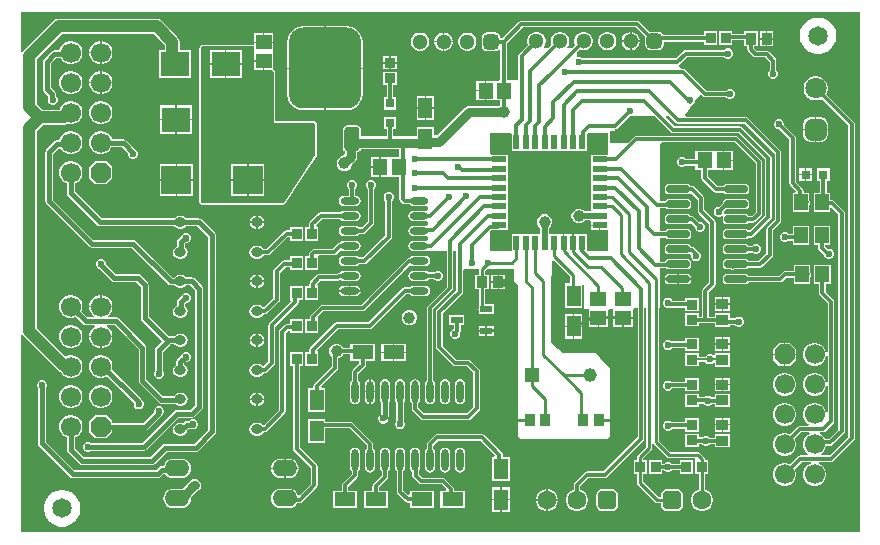
<source format=gtl>
G04*
G04 #@! TF.GenerationSoftware,Altium Limited,Altium Designer,21.2.2 (38)*
G04*
G04 Layer_Physical_Order=1*
G04 Layer_Color=255*
%FSLAX25Y25*%
%MOIN*%
G70*
G04*
G04 #@! TF.SameCoordinates,1B50571F-948C-47C5-8F8C-4AEDA566EE11*
G04*
G04*
G04 #@! TF.FilePolarity,Positive*
G04*
G01*
G75*
%ADD10C,0.00984*%
%ADD11C,0.00787*%
%ADD19C,0.01000*%
%ADD35R,0.01968X0.04724*%
%ADD36R,0.04724X0.01968*%
%ADD48R,0.04528X0.04528*%
%ADD49C,0.04528*%
%ADD60C,0.03937*%
G04:AMPARAMS|DCode=61|XSize=50mil|YSize=80mil|CornerRadius=10mil|HoleSize=0mil|Usage=FLASHONLY|Rotation=0.000|XOffset=0mil|YOffset=0mil|HoleType=Round|Shape=RoundedRectangle|*
%AMROUNDEDRECTD61*
21,1,0.05000,0.06000,0,0,0.0*
21,1,0.03000,0.08000,0,0,0.0*
1,1,0.02000,0.01500,-0.03000*
1,1,0.02000,-0.01500,-0.03000*
1,1,0.02000,-0.01500,0.03000*
1,1,0.02000,0.01500,0.03000*
%
%ADD61ROUNDEDRECTD61*%
G04:AMPARAMS|DCode=62|XSize=240mil|YSize=270mil|CornerRadius=48mil|HoleSize=0mil|Usage=FLASHONLY|Rotation=0.000|XOffset=0mil|YOffset=0mil|HoleType=Round|Shape=RoundedRectangle|*
%AMROUNDEDRECTD62*
21,1,0.24000,0.17400,0,0,0.0*
21,1,0.14400,0.27000,0,0,0.0*
1,1,0.09600,0.07200,-0.08700*
1,1,0.09600,-0.07200,-0.08700*
1,1,0.09600,-0.07200,0.08700*
1,1,0.09600,0.07200,0.08700*
%
%ADD62ROUNDEDRECTD62*%
%ADD63R,0.05512X0.05118*%
%ADD64R,0.05118X0.05512*%
%ADD65R,0.03150X0.03150*%
%ADD66R,0.03543X0.03937*%
%ADD67R,0.03937X0.03543*%
%ADD68R,0.03740X0.03347*%
%ADD69R,0.03347X0.03740*%
%ADD70R,0.04528X0.05315*%
%ADD71R,0.09646X0.08465*%
%ADD72R,0.04842X0.07087*%
%ADD73R,0.07087X0.04842*%
%ADD74R,0.10039X0.09646*%
%ADD75O,0.08268X0.05512*%
%ADD76O,0.03937X0.03150*%
G04:AMPARAMS|DCode=77|XSize=62.99mil|YSize=23.62mil|CornerRadius=11.81mil|HoleSize=0mil|Usage=FLASHONLY|Rotation=0.000|XOffset=0mil|YOffset=0mil|HoleType=Round|Shape=RoundedRectangle|*
%AMROUNDEDRECTD77*
21,1,0.06299,0.00000,0,0,0.0*
21,1,0.03937,0.02362,0,0,0.0*
1,1,0.02362,0.01968,0.00000*
1,1,0.02362,-0.01968,0.00000*
1,1,0.02362,-0.01968,0.00000*
1,1,0.02362,0.01968,0.00000*
%
%ADD77ROUNDEDRECTD77*%
G04:AMPARAMS|DCode=78|XSize=77.56mil|YSize=23.62mil|CornerRadius=5.91mil|HoleSize=0mil|Usage=FLASHONLY|Rotation=0.000|XOffset=0mil|YOffset=0mil|HoleType=Round|Shape=RoundedRectangle|*
%AMROUNDEDRECTD78*
21,1,0.07756,0.01181,0,0,0.0*
21,1,0.06575,0.02362,0,0,0.0*
1,1,0.01181,0.03287,-0.00591*
1,1,0.01181,-0.03287,-0.00591*
1,1,0.01181,-0.03287,0.00591*
1,1,0.01181,0.03287,0.00591*
%
%ADD78ROUNDEDRECTD78*%
%ADD79O,0.02362X0.07284*%
%ADD80R,0.04000X0.02200*%
%ADD81C,0.02598*%
%ADD82C,0.01181*%
%ADD83C,0.03150*%
%ADD84C,0.01575*%
%ADD85C,0.01968*%
%ADD86C,0.02362*%
%ADD87C,0.06693*%
%ADD88P,0.07244X8X292.5*%
%ADD89C,0.07087*%
G04:AMPARAMS|DCode=90|XSize=70.87mil|YSize=70.87mil|CornerRadius=17.72mil|HoleSize=0mil|Usage=FLASHONLY|Rotation=90.000|XOffset=0mil|YOffset=0mil|HoleType=Round|Shape=RoundedRectangle|*
%AMROUNDEDRECTD90*
21,1,0.07087,0.03543,0,0,90.0*
21,1,0.03543,0.07087,0,0,90.0*
1,1,0.03543,0.01772,0.01772*
1,1,0.03543,0.01772,-0.01772*
1,1,0.03543,-0.01772,-0.01772*
1,1,0.03543,-0.01772,0.01772*
%
%ADD90ROUNDEDRECTD90*%
%ADD91C,0.05118*%
G04:AMPARAMS|DCode=92|XSize=51.18mil|YSize=51.18mil|CornerRadius=12.8mil|HoleSize=0mil|Usage=FLASHONLY|Rotation=180.000|XOffset=0mil|YOffset=0mil|HoleType=Round|Shape=RoundedRectangle|*
%AMROUNDEDRECTD92*
21,1,0.05118,0.02559,0,0,180.0*
21,1,0.02559,0.05118,0,0,180.0*
1,1,0.02559,-0.01280,0.01280*
1,1,0.02559,0.01280,0.01280*
1,1,0.02559,0.01280,-0.01280*
1,1,0.02559,-0.01280,-0.01280*
%
%ADD92ROUNDEDRECTD92*%
G04:AMPARAMS|DCode=93|XSize=62.99mil|YSize=62.99mil|CornerRadius=15.75mil|HoleSize=0mil|Usage=FLASHONLY|Rotation=180.000|XOffset=0mil|YOffset=0mil|HoleType=Round|Shape=RoundedRectangle|*
%AMROUNDEDRECTD93*
21,1,0.06299,0.03150,0,0,180.0*
21,1,0.03150,0.06299,0,0,180.0*
1,1,0.03150,-0.01575,0.01575*
1,1,0.03150,0.01575,0.01575*
1,1,0.03150,0.01575,-0.01575*
1,1,0.03150,-0.01575,-0.01575*
%
%ADD93ROUNDEDRECTD93*%
%ADD94C,0.06299*%
%ADD95C,0.06496*%
%ADD96C,0.02362*%
%ADD97C,0.03937*%
G36*
X281557Y1926D02*
X2029D01*
Y67588D01*
X2529Y67739D01*
X2945Y67118D01*
X14228Y55834D01*
X15045Y55289D01*
X15241Y55250D01*
X15544Y54725D01*
X16260Y54009D01*
X17137Y53502D01*
X18116Y53240D01*
X19128D01*
X20107Y53502D01*
X20984Y54009D01*
X21700Y54725D01*
X22206Y55602D01*
X22468Y56580D01*
Y57593D01*
X22206Y58571D01*
X21700Y59448D01*
X20984Y60164D01*
X20107Y60671D01*
X19128Y60933D01*
X18116D01*
X17137Y60671D01*
X16740Y60441D01*
X7241Y69940D01*
Y135572D01*
X9310Y137641D01*
X16301D01*
X17265Y137832D01*
X17566Y138033D01*
X18116Y137886D01*
X19128D01*
X20107Y138148D01*
X20984Y138654D01*
X21700Y139371D01*
X22206Y140248D01*
X22468Y141226D01*
Y142239D01*
X22206Y143217D01*
X21700Y144094D01*
X20984Y144810D01*
X20107Y145317D01*
X19128Y145579D01*
X18116D01*
X17137Y145317D01*
X16260Y144810D01*
X15544Y144094D01*
X15038Y143217D01*
X14892Y142674D01*
X9310D01*
X8894Y143090D01*
X8894Y143090D01*
X8866Y143118D01*
X7241Y144743D01*
Y159587D01*
X15609Y167956D01*
X46202D01*
X49888Y164269D01*
Y162606D01*
X48024D01*
Y153142D01*
X58669D01*
Y162606D01*
X54922D01*
Y165312D01*
X54730Y166275D01*
X54184Y167092D01*
X49024Y172252D01*
X48207Y172798D01*
X47244Y172989D01*
X14567D01*
X14567Y172989D01*
X13604Y172798D01*
X12787Y172252D01*
X2945Y162410D01*
X2529Y161788D01*
X2029Y161940D01*
Y175154D01*
X281557D01*
Y1926D01*
D02*
G37*
%LPC*%
G36*
X252859Y168810D02*
X250838D01*
Y166592D01*
X252859D01*
Y168810D01*
D02*
G37*
G36*
X250338D02*
X248316D01*
Y166592D01*
X250338D01*
Y168810D01*
D02*
G37*
G36*
X205718Y168610D02*
X205565D01*
Y165801D01*
X208374D01*
Y165954D01*
X208166Y166732D01*
X207763Y167429D01*
X207193Y167999D01*
X206496Y168402D01*
X205718Y168610D01*
D02*
G37*
G36*
X205065D02*
X204912D01*
X204134Y168402D01*
X203437Y167999D01*
X202867Y167429D01*
X202464Y166732D01*
X202256Y165954D01*
Y165801D01*
X205065D01*
Y168610D01*
D02*
G37*
G36*
X143316Y168413D02*
X143163D01*
Y165604D01*
X145972D01*
Y165757D01*
X145764Y166535D01*
X145361Y167233D01*
X144792Y167802D01*
X144094Y168205D01*
X143316Y168413D01*
D02*
G37*
G36*
X142663D02*
X142511D01*
X141733Y168205D01*
X141035Y167802D01*
X140465Y167233D01*
X140063Y166535D01*
X139854Y165757D01*
Y165604D01*
X142663D01*
Y168413D01*
D02*
G37*
G36*
X86130Y168217D02*
X83124D01*
Y165408D01*
X86130D01*
Y168217D01*
D02*
G37*
G36*
X82624D02*
X79618D01*
Y165408D01*
X82624D01*
Y168217D01*
D02*
G37*
G36*
X86130Y164908D02*
X79618D01*
Y164321D01*
X62463D01*
X62463Y164321D01*
X62081Y164162D01*
X62081Y164162D01*
X61625Y163707D01*
X61467Y163324D01*
X61467Y163324D01*
Y142991D01*
X61467Y112070D01*
X61467Y112070D01*
X61625Y111687D01*
X61625Y111687D01*
X62081Y111232D01*
X62463Y111073D01*
X62463Y111073D01*
X89244Y111073D01*
X89494D01*
X89546Y111095D01*
X89558Y111090D01*
X89574Y111097D01*
X89611Y111090D01*
X89667Y111101D01*
X89748Y111156D01*
X89797Y111166D01*
X89805Y111172D01*
X89805Y111172D01*
X89806D01*
X89815Y111176D01*
X89850Y111211D01*
X89940Y111249D01*
X89981Y111289D01*
X89995Y111324D01*
X90010Y111334D01*
X90012Y111346D01*
X90059Y111378D01*
X96428Y121049D01*
X100590Y127368D01*
X100599Y127416D01*
X100630Y127464D01*
X100641Y127522D01*
X100669Y127564D01*
X100678Y127612D01*
X100697Y127656D01*
Y127707D01*
X100719Y127761D01*
Y127819D01*
X100738Y127864D01*
Y137930D01*
X100738Y137930D01*
X100580Y138313D01*
X100580Y138313D01*
X100124Y138768D01*
X99741Y138927D01*
X99741Y138927D01*
X86762Y138927D01*
Y139670D01*
X86762Y155238D01*
X86727Y155321D01*
X86728Y155322D01*
X86727Y155324D01*
X86726Y155326D01*
X86728Y155332D01*
X86728Y155332D01*
X86727Y155343D01*
X86716Y155368D01*
X86712Y155465D01*
X86679Y155537D01*
Y155537D01*
X86648Y155611D01*
X86580Y155679D01*
X86569Y155705D01*
X86561Y155713D01*
X86561Y155713D01*
X86556Y155715D01*
X86555Y155717D01*
X86554Y155719D01*
X86553Y155720D01*
X86516Y155801D01*
X86130Y156158D01*
Y161917D01*
X86130D01*
Y162099D01*
X86130D01*
Y164908D01*
D02*
G37*
G36*
X207480Y172372D02*
X207480Y172372D01*
X168814D01*
X168388Y172287D01*
X168028Y172046D01*
X168028Y172046D01*
X162448Y166466D01*
X161755D01*
Y166634D01*
X161617Y167328D01*
X161224Y167917D01*
X160635Y168310D01*
X159941Y168448D01*
X157382D01*
X156688Y168310D01*
X156099Y167917D01*
X155706Y167328D01*
X155568Y166634D01*
Y164075D01*
X155706Y163381D01*
X156099Y162792D01*
X156688Y162399D01*
X157382Y162260D01*
X159941D01*
X160635Y162399D01*
X161224Y162792D01*
X161296Y162900D01*
X161796Y162749D01*
Y152767D01*
X161416Y152272D01*
X160130Y152272D01*
X159630Y152272D01*
X157140D01*
Y149016D01*
Y145760D01*
X159630D01*
X159949Y145760D01*
X160449Y145760D01*
X161784D01*
Y144045D01*
X151378D01*
X150568Y143884D01*
X149882Y143425D01*
X140659Y134202D01*
X139732D01*
Y136917D01*
X133890D01*
Y133808D01*
X126112D01*
Y136213D01*
X127075D01*
Y140362D01*
X122925D01*
Y136213D01*
X123888D01*
Y133808D01*
X115376D01*
Y135996D01*
X115259Y136581D01*
X114928Y137077D01*
X114432Y137409D01*
X113847Y137525D01*
X110846D01*
X110261Y137409D01*
X109765Y137077D01*
X109433Y136581D01*
X109317Y135996D01*
Y129996D01*
X109433Y129411D01*
X109765Y128915D01*
X109889Y128832D01*
Y127918D01*
X109165Y127194D01*
X108444Y126896D01*
X107750Y126201D01*
X107374Y125294D01*
Y124312D01*
X107750Y123405D01*
X108444Y122711D01*
X109352Y122335D01*
X110334D01*
X111241Y122711D01*
X111935Y123405D01*
X112311Y124312D01*
Y124357D01*
X113500Y125546D01*
X113959Y126232D01*
X114120Y127042D01*
Y128521D01*
X114432Y128583D01*
X114928Y128915D01*
X115259Y129411D01*
X115293Y129578D01*
X128120D01*
Y126878D01*
X125213D01*
X124894Y126878D01*
X124394Y126878D01*
X121904D01*
Y123622D01*
Y120366D01*
X124394D01*
X124713Y120366D01*
X125213Y120366D01*
X128120D01*
Y113015D01*
X128120Y113015D01*
X128205Y112589D01*
X128446Y112229D01*
X129138Y111537D01*
X129138Y111537D01*
X129499Y111296D01*
X129924Y111211D01*
X129924Y111211D01*
X131595D01*
X131662Y111111D01*
X132218Y110739D01*
X132874Y110609D01*
X136811D01*
X137038Y110654D01*
X137543Y110245D01*
X137553Y109399D01*
X137058Y108988D01*
X136811Y109037D01*
X132874D01*
X132218Y108906D01*
X131662Y108535D01*
X131290Y107979D01*
X131160Y107323D01*
X131290Y106667D01*
X131662Y106111D01*
X132218Y105739D01*
X132874Y105609D01*
X136811D01*
X137099Y105666D01*
X137604Y105275D01*
X137615Y104363D01*
X137120Y103975D01*
X136811Y104037D01*
X132874D01*
X132218Y103906D01*
X131662Y103535D01*
X131290Y102979D01*
X131160Y102323D01*
X131290Y101667D01*
X131662Y101111D01*
X132218Y100739D01*
X132874Y100609D01*
X136811D01*
X137160Y100678D01*
X137664Y100316D01*
X137677Y99322D01*
X137181Y98963D01*
X136811Y99037D01*
X132874D01*
X132218Y98906D01*
X131662Y98535D01*
X131290Y97979D01*
X131160Y97323D01*
X131290Y96667D01*
X131662Y96111D01*
X132218Y95739D01*
X132874Y95609D01*
X136811D01*
X137221Y95690D01*
X137724Y95472D01*
Y95472D01*
X137724Y95472D01*
X143967Y95472D01*
Y83728D01*
X137600Y77361D01*
X137358Y77000D01*
X137274Y76575D01*
X137274Y76575D01*
Y52559D01*
X137274Y52559D01*
X137282Y52519D01*
Y52460D01*
X137182Y52393D01*
X136810Y51837D01*
X136680Y51181D01*
Y46260D01*
X136810Y45604D01*
X137182Y45048D01*
X137738Y44676D01*
X138394Y44546D01*
X139050Y44676D01*
X139606Y45048D01*
X139977Y45604D01*
X140108Y46260D01*
Y51181D01*
X139977Y51837D01*
X139606Y52393D01*
X139506Y52460D01*
Y52551D01*
X139506Y52551D01*
X139498Y52591D01*
Y76114D01*
X145865Y82481D01*
X145865Y82481D01*
X146106Y82842D01*
X146191Y83268D01*
X146191Y83268D01*
Y95472D01*
X147116D01*
Y82547D01*
X140749Y76180D01*
X140508Y75819D01*
X140424Y75394D01*
X140424Y75394D01*
Y63583D01*
X140424Y63583D01*
X140508Y63157D01*
X140749Y62796D01*
X146064Y57481D01*
X146425Y57240D01*
X146850Y57156D01*
X146850Y57156D01*
X150721D01*
X152825Y55051D01*
Y43571D01*
X150721Y41466D01*
X136484D01*
X134506Y43445D01*
Y44981D01*
X134606Y45048D01*
X134977Y45604D01*
X135108Y46260D01*
Y51181D01*
X134977Y51837D01*
X134606Y52393D01*
X134277Y52613D01*
X134180Y52758D01*
X133819Y52999D01*
X133394Y53084D01*
X132968Y52999D01*
X132607Y52758D01*
X132510Y52613D01*
X132182Y52393D01*
X131810Y51837D01*
X131680Y51181D01*
Y46260D01*
X131810Y45604D01*
X132182Y45048D01*
X132282Y44981D01*
Y42984D01*
X132282Y42984D01*
X132366Y42559D01*
X132607Y42198D01*
X135237Y39568D01*
X135237Y39568D01*
X135598Y39327D01*
X136024Y39242D01*
X136024Y39242D01*
X151181D01*
X151181Y39242D01*
X151607Y39327D01*
X151967Y39568D01*
X154723Y42324D01*
X154723Y42324D01*
X154964Y42685D01*
X155049Y43110D01*
X155049Y43110D01*
Y55512D01*
X154964Y55937D01*
X154723Y56298D01*
X154723Y56298D01*
X151967Y59054D01*
X151607Y59295D01*
X151181Y59380D01*
X151181Y59380D01*
X147311D01*
X142647Y64043D01*
Y74933D01*
X149015Y81300D01*
X149015Y81300D01*
X149256Y81661D01*
X149340Y82087D01*
Y89164D01*
X149840Y89555D01*
X154734Y89555D01*
X154788Y89489D01*
Y87705D01*
X153535D01*
Y82768D01*
X154788D01*
Y77938D01*
X154565D01*
Y76753D01*
X154549Y76728D01*
X154471Y76338D01*
X154549Y75948D01*
X154565Y75923D01*
Y74738D01*
X159565D01*
Y77938D01*
X156827D01*
Y82768D01*
X158079D01*
Y87705D01*
X156827D01*
Y89067D01*
X157315Y89555D01*
X166332Y89555D01*
X166339Y89057D01*
Y33215D01*
X167861Y31693D01*
X198281D01*
X199803Y33215D01*
Y56890D01*
X193898Y62795D01*
X182874D01*
X178930Y66739D01*
X179112Y92416D01*
X179575Y92605D01*
X185004Y87176D01*
Y84791D01*
X183299D01*
Y76705D01*
X189142D01*
Y84223D01*
X189318Y84382D01*
X189642Y84513D01*
X189764Y84442D01*
Y76378D01*
X190770D01*
X191232Y76287D01*
X191232Y75878D01*
Y73478D01*
X194488D01*
X197744D01*
Y75878D01*
X198207Y76378D01*
X199038D01*
X199500Y76287D01*
X199500Y75878D01*
Y73478D01*
X202756D01*
X206012D01*
Y75878D01*
X206153Y76378D01*
X206580Y76575D01*
X207550D01*
Y33531D01*
X196127Y22109D01*
X190683D01*
X190682Y22109D01*
X190257Y22025D01*
X189896Y21784D01*
X186615Y18503D01*
X186374Y18142D01*
X186290Y17717D01*
X186290Y17717D01*
Y16079D01*
X185993Y15999D01*
X185161Y15519D01*
X184481Y14839D01*
X184001Y14007D01*
X183752Y13079D01*
Y12118D01*
X184001Y11190D01*
X184481Y10357D01*
X185161Y9678D01*
X185993Y9198D01*
X186921Y8949D01*
X187882D01*
X188810Y9198D01*
X189643Y9678D01*
X190322Y10357D01*
X190802Y11190D01*
X191051Y12118D01*
Y13079D01*
X190802Y14007D01*
X190322Y14839D01*
X189643Y15519D01*
X188810Y15999D01*
X188514Y16079D01*
Y17256D01*
X191143Y19886D01*
X196588D01*
X196588Y19885D01*
X197013Y19970D01*
X197374Y20211D01*
X209448Y32285D01*
X209448Y32285D01*
X209689Y32645D01*
X209773Y33071D01*
X209773Y33071D01*
Y76575D01*
X210406D01*
Y30340D01*
X207749Y27684D01*
X207530Y27356D01*
X207453Y26969D01*
Y25992D01*
X206291D01*
Y21252D01*
X207453D01*
Y18307D01*
X207530Y17920D01*
X207749Y17592D01*
X213458Y11883D01*
X213786Y11664D01*
X214173Y11587D01*
X215325D01*
Y11024D01*
X215487Y10214D01*
X215945Y9528D01*
X216631Y9069D01*
X217441Y8908D01*
X220590D01*
X221400Y9069D01*
X222086Y9528D01*
X222545Y10214D01*
X222706Y11024D01*
Y14173D01*
X222545Y14983D01*
X222086Y15669D01*
X221400Y16128D01*
X220590Y16289D01*
X217441D01*
X216631Y16128D01*
X215945Y15669D01*
X215487Y14983D01*
X215325Y14173D01*
Y13610D01*
X214592D01*
X209476Y18726D01*
Y21252D01*
X210638D01*
Y25992D01*
X209476D01*
Y26550D01*
X212133Y29206D01*
X212352Y29534D01*
X212429Y29921D01*
Y31227D01*
X212929Y31377D01*
X213064Y31174D01*
X217395Y26844D01*
X217723Y26625D01*
X218110Y26548D01*
X226731D01*
X226768Y26492D01*
X226764Y25992D01*
X226764D01*
Y21252D01*
X228004D01*
Y16106D01*
X227607Y15999D01*
X226775Y15519D01*
X226095Y14839D01*
X225615Y14007D01*
X225366Y13079D01*
Y12118D01*
X225615Y11190D01*
X226095Y10357D01*
X226775Y9678D01*
X227607Y9198D01*
X228535Y8949D01*
X229496D01*
X230424Y9198D01*
X231257Y9678D01*
X231936Y10357D01*
X232417Y11190D01*
X232665Y12118D01*
Y13079D01*
X232417Y14007D01*
X231936Y14839D01*
X231257Y15519D01*
X230424Y15999D01*
X230027Y16106D01*
Y21252D01*
X231110D01*
Y25992D01*
X229949D01*
Y26181D01*
X229872Y26568D01*
X229652Y26896D01*
X228274Y28274D01*
X227946Y28494D01*
X227559Y28571D01*
X218529D01*
X214791Y32309D01*
Y76575D01*
X215158D01*
Y89833D01*
X216872D01*
X216891Y89804D01*
X217252Y89563D01*
X217677Y89479D01*
X224252D01*
X224677Y89563D01*
X225038Y89804D01*
X225279Y90165D01*
X225364Y90591D01*
Y91772D01*
X225279Y92197D01*
X225038Y92558D01*
X224677Y92799D01*
X224252Y92884D01*
X217677D01*
X217252Y92799D01*
X216891Y92558D01*
X216650Y92197D01*
X216622Y92057D01*
X215158D01*
Y100069D01*
X216714D01*
X216891Y99804D01*
X217252Y99563D01*
X217677Y99479D01*
X224252D01*
X224677Y99563D01*
X225038Y99804D01*
X225279Y100165D01*
X225364Y100591D01*
Y101772D01*
X225279Y102197D01*
X225038Y102558D01*
X224677Y102799D01*
X224252Y102884D01*
X217677D01*
X217252Y102799D01*
X216891Y102558D01*
X216714Y102293D01*
X215158D01*
X215158Y109912D01*
X216819D01*
X216891Y109804D01*
X217252Y109563D01*
X217677Y109479D01*
X224252D01*
X224677Y109563D01*
X225038Y109804D01*
X225279Y110165D01*
X225364Y110591D01*
Y111772D01*
X225279Y112197D01*
X225038Y112558D01*
X224677Y112799D01*
X224252Y112884D01*
X217677D01*
X217252Y112799D01*
X216891Y112558D01*
X216650Y112197D01*
X216638Y112136D01*
X215158D01*
Y131262D01*
X215634Y131762D01*
X215634Y131762D01*
X239894D01*
X246920Y124736D01*
Y108531D01*
X245681Y107293D01*
X244703D01*
X244526Y107558D01*
X244166Y107799D01*
X243740Y107884D01*
X237165D01*
X236740Y107799D01*
X236566Y107683D01*
X236162Y108015D01*
X236302Y108352D01*
Y108795D01*
X236986Y109479D01*
X239862D01*
X239862Y109479D01*
X239862Y109479D01*
X243740D01*
X244166Y109563D01*
X244526Y109804D01*
X244767Y110165D01*
X244852Y110591D01*
Y111772D01*
X244767Y112197D01*
X244526Y112558D01*
X244166Y112799D01*
X243740Y112884D01*
X237165D01*
X236740Y112799D01*
X236379Y112558D01*
X236138Y112197D01*
X236053Y111772D01*
Y111587D01*
X235739Y111377D01*
X235739Y111377D01*
X234730Y110367D01*
X234287D01*
X233669Y110111D01*
X233196Y109638D01*
X232940Y109020D01*
Y108352D01*
X233196Y107734D01*
X233669Y107261D01*
X234287Y107005D01*
X234956D01*
X235573Y107261D01*
X235706Y107394D01*
X235822Y107341D01*
X236119Y107099D01*
X236053Y106772D01*
Y105591D01*
X236138Y105165D01*
X236379Y104804D01*
X236740Y104563D01*
X237165Y104479D01*
X243740D01*
X244166Y104563D01*
X244526Y104804D01*
X244703Y105069D01*
X246142D01*
X246142Y105069D01*
X246567Y105154D01*
X246928Y105395D01*
X248818Y107285D01*
X249059Y107645D01*
X249143Y108071D01*
X249143Y108071D01*
Y125197D01*
X249059Y125622D01*
X248818Y125983D01*
X248818Y125983D01*
X241141Y133660D01*
X240780Y133901D01*
X240354Y133986D01*
X240354Y133986D01*
X207087D01*
X207087Y133986D01*
X206661Y133901D01*
X206300Y133660D01*
X206300Y133660D01*
X204330Y131690D01*
X198730Y131682D01*
X198376Y132035D01*
Y134843D01*
X198257Y135130D01*
X198466Y135630D01*
X200197D01*
Y136290D01*
X200622Y136374D01*
X200983Y136615D01*
X204919Y140551D01*
X213388Y140551D01*
X218702Y135237D01*
X218702Y135237D01*
X219063Y134996D01*
X219488Y134912D01*
X219488Y134912D01*
X241272D01*
X250069Y126114D01*
Y107350D01*
X245147Y102429D01*
X244585Y102470D01*
X244526Y102558D01*
X244166Y102799D01*
X243740Y102884D01*
X237165D01*
X236740Y102799D01*
X236379Y102558D01*
X236138Y102197D01*
X236053Y101772D01*
Y100591D01*
X236138Y100165D01*
X236379Y99804D01*
X236740Y99563D01*
X237165Y99479D01*
X243740D01*
X244166Y99563D01*
X244526Y99804D01*
X244703Y100069D01*
X245472D01*
X245472Y100069D01*
X245898Y100154D01*
X246259Y100395D01*
X251967Y106104D01*
X251967Y106104D01*
X252208Y106464D01*
X252293Y106890D01*
Y126575D01*
X252293Y126575D01*
X252208Y127000D01*
X251967Y127361D01*
X242519Y136810D01*
X242158Y137051D01*
X241732Y137136D01*
X241732Y137136D01*
X219949D01*
X216995Y140089D01*
X217186Y140551D01*
X218113D01*
X220277Y138387D01*
X220277Y138387D01*
X220637Y138146D01*
X221063Y138061D01*
X221063Y138061D01*
X243240D01*
X253219Y128083D01*
Y106188D01*
X250788Y103757D01*
X250548Y103397D01*
X250463Y102971D01*
X250463Y102971D01*
Y94770D01*
X247946Y92254D01*
X244730D01*
X244526Y92558D01*
X244166Y92799D01*
X243740Y92884D01*
X237165D01*
X236740Y92799D01*
X236379Y92558D01*
X236138Y92197D01*
X236053Y91772D01*
Y90591D01*
X236138Y90165D01*
X236379Y89804D01*
X236740Y89563D01*
X237165Y89479D01*
X238678D01*
X238846Y89366D01*
X239272Y89282D01*
X239697Y89366D01*
X239865Y89479D01*
X243740D01*
X244166Y89563D01*
X244526Y89804D01*
X244677Y90030D01*
X248407D01*
X248407Y90030D01*
X248832Y90114D01*
X249193Y90355D01*
X252361Y93524D01*
X252602Y93884D01*
X252687Y94310D01*
X252687Y94310D01*
Y102511D01*
X255117Y104941D01*
X255117Y104941D01*
X255358Y105301D01*
X255443Y105727D01*
X255443Y105727D01*
Y128543D01*
X255443Y128543D01*
X255358Y128969D01*
X255117Y129330D01*
X255117Y129330D01*
X244487Y139960D01*
X244126Y140200D01*
X243701Y140285D01*
X243701Y140285D01*
X223628D01*
X223373Y140785D01*
X226178Y144667D01*
X226622Y145111D01*
X226787Y145509D01*
X228275Y147567D01*
X228773Y147607D01*
X229248Y147132D01*
X229248Y147132D01*
X229609Y146891D01*
X230034Y146807D01*
X237117D01*
X237430Y146493D01*
X238048Y146237D01*
X238717D01*
X239334Y146493D01*
X239807Y146966D01*
X240063Y147584D01*
Y148253D01*
X239807Y148871D01*
X239334Y149344D01*
X238717Y149600D01*
X238048D01*
X237430Y149344D01*
X237117Y149030D01*
X230495D01*
X223621Y155904D01*
X223260Y156145D01*
X222835Y156230D01*
X222835Y156230D01*
X222406D01*
X221443Y157193D01*
X221542Y157801D01*
X221652Y157875D01*
X224083Y160305D01*
X236333D01*
X236646Y159992D01*
X237264Y159736D01*
X237933D01*
X238551Y159992D01*
X239024Y160465D01*
X239280Y161083D01*
Y161752D01*
X239024Y162370D01*
X238551Y162843D01*
X237933Y163098D01*
X237264D01*
X236646Y162843D01*
X236333Y162529D01*
X223622D01*
X223197Y162445D01*
X222836Y162204D01*
X220406Y159773D01*
X189454D01*
X189141Y160087D01*
X188523Y160343D01*
X187855D01*
X187817Y160327D01*
X187402Y160605D01*
Y161813D01*
X188324Y162736D01*
X188386Y162701D01*
X189164Y162492D01*
X189970D01*
X190748Y162701D01*
X191445Y163103D01*
X192015Y163673D01*
X192418Y164370D01*
X192626Y165148D01*
Y165954D01*
X192418Y166732D01*
X192015Y167429D01*
X191445Y167999D01*
X190748Y168402D01*
X189970Y168610D01*
X189164D01*
X188386Y168402D01*
X187689Y167999D01*
X187119Y167429D01*
X186716Y166732D01*
X186508Y165954D01*
Y165148D01*
X186716Y164370D01*
X186752Y164309D01*
X185632Y163189D01*
X184310D01*
X184119Y163651D01*
X184141Y163673D01*
X184544Y164370D01*
X184752Y165148D01*
Y165954D01*
X184544Y166732D01*
X184141Y167429D01*
X183571Y167999D01*
X182874Y168402D01*
X182096Y168610D01*
X181290D01*
X180512Y168402D01*
X179815Y167999D01*
X179245Y167429D01*
X178842Y166732D01*
X178634Y165954D01*
Y165148D01*
X178842Y164370D01*
X178878Y164309D01*
X177758Y163189D01*
X176436D01*
X176245Y163651D01*
X176267Y163673D01*
X176670Y164370D01*
X176878Y165148D01*
Y165954D01*
X176670Y166732D01*
X176267Y167429D01*
X175697Y167999D01*
X175000Y168402D01*
X174222Y168610D01*
X173416D01*
X172638Y168402D01*
X171941Y167999D01*
X171371Y167429D01*
X170968Y166732D01*
X170760Y165954D01*
Y165148D01*
X170968Y164370D01*
X171004Y164309D01*
X168111Y161416D01*
X167870Y161055D01*
X167786Y160630D01*
X167786Y160630D01*
Y152559D01*
X164020D01*
Y164894D01*
X169274Y170148D01*
X207020D01*
X210135Y167033D01*
X210095Y166831D01*
Y164272D01*
X210233Y163577D01*
X210627Y162989D01*
X211215Y162595D01*
X211910Y162457D01*
X214469D01*
X215163Y162595D01*
X215752Y162989D01*
X216145Y163577D01*
X216283Y164272D01*
Y165424D01*
X229716D01*
Y164165D01*
X234063D01*
Y168905D01*
X229716D01*
Y167647D01*
X216063D01*
X215752Y168114D01*
X215163Y168507D01*
X214469Y168645D01*
X211910D01*
X211708Y168605D01*
X208267Y172046D01*
X207906Y172287D01*
X207480Y172372D01*
D02*
G37*
G36*
X252859Y166092D02*
X250838D01*
Y163873D01*
X252859D01*
Y166092D01*
D02*
G37*
G36*
X250338D02*
X248316D01*
Y163873D01*
X250338D01*
Y166092D01*
D02*
G37*
G36*
X208374Y165301D02*
X205565D01*
Y162492D01*
X205718D01*
X206496Y162701D01*
X207193Y163103D01*
X207763Y163673D01*
X208166Y164370D01*
X208374Y165148D01*
Y165301D01*
D02*
G37*
G36*
X205065D02*
X202256D01*
Y165148D01*
X202464Y164370D01*
X202867Y163673D01*
X203437Y163103D01*
X204134Y162701D01*
X204912Y162492D01*
X205065D01*
Y165301D01*
D02*
G37*
G36*
X197844Y168610D02*
X197038D01*
X196260Y168402D01*
X195563Y167999D01*
X194993Y167429D01*
X194590Y166732D01*
X194382Y165954D01*
Y165148D01*
X194590Y164370D01*
X194993Y163673D01*
X195563Y163103D01*
X196260Y162701D01*
X197038Y162492D01*
X197844D01*
X198622Y162701D01*
X199319Y163103D01*
X199889Y163673D01*
X200291Y164370D01*
X200500Y165148D01*
Y165954D01*
X200291Y166732D01*
X199889Y167429D01*
X199319Y167999D01*
X198622Y168402D01*
X197844Y168610D01*
D02*
G37*
G36*
X151190Y168413D02*
X150385D01*
X149607Y168205D01*
X148909Y167802D01*
X148340Y167233D01*
X147937Y166535D01*
X147728Y165757D01*
Y164952D01*
X147937Y164174D01*
X148340Y163476D01*
X148909Y162907D01*
X149607Y162504D01*
X150385Y162295D01*
X151190D01*
X151968Y162504D01*
X152666Y162907D01*
X153235Y163476D01*
X153638Y164174D01*
X153847Y164952D01*
Y165757D01*
X153638Y166535D01*
X153235Y167233D01*
X152666Y167802D01*
X151968Y168205D01*
X151190Y168413D01*
D02*
G37*
G36*
X145972Y165104D02*
X143163D01*
Y162295D01*
X143316D01*
X144094Y162504D01*
X144792Y162907D01*
X145361Y163476D01*
X145764Y164174D01*
X145972Y164952D01*
Y165104D01*
D02*
G37*
G36*
X142663D02*
X139854D01*
Y164952D01*
X140063Y164174D01*
X140465Y163476D01*
X141035Y162907D01*
X141733Y162504D01*
X142511Y162295D01*
X142663D01*
Y165104D01*
D02*
G37*
G36*
X135442Y168413D02*
X134637D01*
X133859Y168205D01*
X133161Y167802D01*
X132591Y167233D01*
X132189Y166535D01*
X131980Y165757D01*
Y164952D01*
X132189Y164174D01*
X132591Y163476D01*
X133161Y162907D01*
X133859Y162504D01*
X134637Y162295D01*
X135442D01*
X136220Y162504D01*
X136918Y162907D01*
X137487Y163476D01*
X137890Y164174D01*
X138098Y164952D01*
Y165757D01*
X137890Y166535D01*
X137487Y167233D01*
X136918Y167802D01*
X136220Y168205D01*
X135442Y168413D01*
D02*
G37*
G36*
X29128Y165579D02*
X28872D01*
Y161982D01*
X32469D01*
Y162239D01*
X32206Y163217D01*
X31700Y164094D01*
X30984Y164810D01*
X30107Y165317D01*
X29128Y165579D01*
D02*
G37*
G36*
X28372D02*
X28116D01*
X27137Y165317D01*
X26260Y164810D01*
X25544Y164094D01*
X25038Y163217D01*
X24776Y162239D01*
Y161982D01*
X28372D01*
Y165579D01*
D02*
G37*
G36*
X268318Y173425D02*
X267115D01*
X265936Y173191D01*
X264826Y172731D01*
X263826Y172063D01*
X262977Y171213D01*
X262309Y170213D01*
X261849Y169103D01*
X261614Y167924D01*
Y166722D01*
X261849Y165543D01*
X262309Y164432D01*
X262977Y163433D01*
X263826Y162583D01*
X264826Y161915D01*
X265936Y161455D01*
X267115Y161221D01*
X268318D01*
X269496Y161455D01*
X270607Y161915D01*
X271607Y162583D01*
X272457Y163433D01*
X273124Y164432D01*
X273584Y165543D01*
X273819Y166722D01*
Y167924D01*
X273584Y169103D01*
X273124Y170213D01*
X272457Y171213D01*
X271607Y172063D01*
X270607Y172731D01*
X269496Y173191D01*
X268318Y173425D01*
D02*
G37*
G36*
X127370Y160441D02*
X125250D01*
Y158518D01*
X127370D01*
Y160441D01*
D02*
G37*
G36*
X124750D02*
X122630D01*
Y158518D01*
X124750D01*
Y160441D01*
D02*
G37*
G36*
X32469Y161482D02*
X28872D01*
Y157886D01*
X29128D01*
X30107Y158148D01*
X30984Y158654D01*
X31700Y159371D01*
X32206Y160248D01*
X32469Y161226D01*
Y161482D01*
D02*
G37*
G36*
X28372D02*
X24776D01*
Y161226D01*
X25038Y160248D01*
X25544Y159371D01*
X26260Y158654D01*
X27137Y158148D01*
X28116Y157886D01*
X28372D01*
Y161482D01*
D02*
G37*
G36*
X19128Y165579D02*
X18116D01*
X17137Y165317D01*
X16260Y164810D01*
X15544Y164094D01*
X15038Y163217D01*
X14833Y162453D01*
X13109D01*
X12607Y162353D01*
X12181Y162069D01*
X9702Y159590D01*
X9417Y159164D01*
X9317Y158661D01*
Y149606D01*
X9417Y149104D01*
X9702Y148678D01*
X11142Y147237D01*
Y146941D01*
X10917Y146397D01*
Y145729D01*
X11173Y145111D01*
X11646Y144638D01*
X12264Y144382D01*
X12933D01*
X13551Y144638D01*
X14024Y145111D01*
X14279Y145729D01*
Y146397D01*
X14024Y147015D01*
X13768Y147271D01*
Y147781D01*
X13668Y148283D01*
X13383Y148709D01*
X11942Y150150D01*
Y158118D01*
X13653Y159828D01*
X15280D01*
X15544Y159371D01*
X16260Y158654D01*
X17137Y158148D01*
X18116Y157886D01*
X19128D01*
X20107Y158148D01*
X20984Y158654D01*
X21700Y159371D01*
X22206Y160248D01*
X22468Y161226D01*
Y162239D01*
X22206Y163217D01*
X21700Y164094D01*
X20984Y164810D01*
X20107Y165317D01*
X19128Y165579D01*
D02*
G37*
G36*
X110547Y170542D02*
X103596D01*
Y156746D01*
X115892D01*
Y165196D01*
X115710Y166580D01*
X115176Y167869D01*
X114326Y168976D01*
X113219Y169826D01*
X111930Y170360D01*
X110547Y170542D01*
D02*
G37*
G36*
X103096D02*
X96147D01*
X94763Y170360D01*
X93474Y169826D01*
X92366Y168976D01*
X91517Y167869D01*
X90983Y166580D01*
X90801Y165196D01*
Y156746D01*
X103096D01*
Y170542D01*
D02*
G37*
G36*
X127370Y158018D02*
X125250D01*
Y156095D01*
X127370D01*
Y158018D01*
D02*
G37*
G36*
X124750D02*
X122630D01*
Y156095D01*
X124750D01*
Y158018D01*
D02*
G37*
G36*
X239181Y168905D02*
X234835D01*
Y164165D01*
X239181D01*
Y165817D01*
X243001D01*
Y163873D01*
X244161D01*
Y162798D01*
X244161Y162798D01*
X244245Y162373D01*
X244486Y162012D01*
X246064Y160434D01*
X246064Y160434D01*
X246425Y160193D01*
X246850Y160108D01*
X250130D01*
X251644Y158595D01*
Y155990D01*
X251331Y155677D01*
X251075Y155059D01*
Y154390D01*
X251331Y153772D01*
X251804Y153299D01*
X252421Y153043D01*
X253090D01*
X253708Y153299D01*
X254181Y153772D01*
X254437Y154390D01*
Y155059D01*
X254181Y155677D01*
X253868Y155990D01*
Y159055D01*
X253783Y159481D01*
X253542Y159841D01*
X251377Y162007D01*
X251016Y162248D01*
X250590Y162332D01*
X250590Y162332D01*
X247311D01*
X246385Y163259D01*
Y163873D01*
X247544D01*
Y168810D01*
X243001D01*
Y168041D01*
X239181D01*
Y168905D01*
D02*
G37*
G36*
X29128Y155579D02*
X28872D01*
Y151982D01*
X32469D01*
Y152239D01*
X32206Y153217D01*
X31700Y154094D01*
X30984Y154810D01*
X30107Y155317D01*
X29128Y155579D01*
D02*
G37*
G36*
X28372D02*
X28116D01*
X27137Y155317D01*
X26260Y154810D01*
X25544Y154094D01*
X25038Y153217D01*
X24776Y152239D01*
Y151982D01*
X28372D01*
Y155579D01*
D02*
G37*
G36*
X156640Y152272D02*
X153831D01*
Y149266D01*
X156640D01*
Y152272D01*
D02*
G37*
G36*
X32469Y151482D02*
X28872D01*
Y147886D01*
X29128D01*
X30107Y148148D01*
X30984Y148654D01*
X31700Y149371D01*
X32206Y150248D01*
X32469Y151226D01*
Y151482D01*
D02*
G37*
G36*
X28372D02*
X24776D01*
Y151226D01*
X25038Y150248D01*
X25544Y149371D01*
X26260Y148654D01*
X27137Y148148D01*
X28116Y147886D01*
X28372D01*
Y151482D01*
D02*
G37*
G36*
X19128Y155579D02*
X18116D01*
X17137Y155317D01*
X16260Y154810D01*
X15544Y154094D01*
X15038Y153217D01*
X14776Y152239D01*
Y151226D01*
X15038Y150248D01*
X15544Y149371D01*
X16260Y148654D01*
X17137Y148148D01*
X18116Y147886D01*
X19128D01*
X20107Y148148D01*
X20984Y148654D01*
X21700Y149371D01*
X22206Y150248D01*
X22468Y151226D01*
Y152239D01*
X22206Y153217D01*
X21700Y154094D01*
X20984Y154810D01*
X20107Y155317D01*
X19128Y155579D01*
D02*
G37*
G36*
X156640Y148766D02*
X153831D01*
Y145760D01*
X156640D01*
Y148766D01*
D02*
G37*
G36*
X139732Y147232D02*
X137061D01*
Y143439D01*
X139732D01*
Y147232D01*
D02*
G37*
G36*
X136561D02*
X133890D01*
Y143439D01*
X136561D01*
Y147232D01*
D02*
G37*
G36*
X127370Y155323D02*
X122630D01*
Y150976D01*
X123888D01*
Y146858D01*
X122925D01*
Y142709D01*
X127075D01*
Y146858D01*
X126112D01*
Y150976D01*
X127370D01*
Y155323D01*
D02*
G37*
G36*
X115892Y156246D02*
X103596D01*
Y142450D01*
X110547D01*
X111930Y142632D01*
X113219Y143166D01*
X114326Y144016D01*
X115176Y145123D01*
X115710Y146413D01*
X115892Y147796D01*
Y156246D01*
D02*
G37*
G36*
X103096D02*
X90801D01*
Y147796D01*
X90983Y146413D01*
X91517Y145123D01*
X92366Y144016D01*
X93474Y143166D01*
X94763Y142632D01*
X96147Y142450D01*
X103096D01*
Y156246D01*
D02*
G37*
G36*
X59063Y144102D02*
X53990D01*
Y139620D01*
X59063D01*
Y144102D01*
D02*
G37*
G36*
X53490D02*
X48417D01*
Y139620D01*
X53490D01*
Y144102D01*
D02*
G37*
G36*
X139732Y142939D02*
X137061D01*
Y139146D01*
X139732D01*
Y142939D01*
D02*
G37*
G36*
X136561D02*
X133890D01*
Y139146D01*
X136561D01*
Y142939D01*
D02*
G37*
G36*
X29128Y145579D02*
X28116D01*
X27137Y145317D01*
X26260Y144810D01*
X25544Y144094D01*
X25038Y143217D01*
X24776Y142239D01*
Y141226D01*
X25038Y140248D01*
X25544Y139371D01*
X26260Y138654D01*
X27137Y138148D01*
X28116Y137886D01*
X29128D01*
X30107Y138148D01*
X30984Y138654D01*
X31700Y139371D01*
X32206Y140248D01*
X32469Y141226D01*
Y142239D01*
X32206Y143217D01*
X31700Y144094D01*
X30984Y144810D01*
X30107Y145317D01*
X29128Y145579D01*
D02*
G37*
G36*
X268701Y140111D02*
X267179D01*
Y136274D01*
X271017D01*
Y137795D01*
X270841Y138682D01*
X270339Y139433D01*
X269587Y139935D01*
X268701Y140111D01*
D02*
G37*
G36*
X266679D02*
X265158D01*
X264271Y139935D01*
X263520Y139433D01*
X263018Y138682D01*
X262841Y137795D01*
Y136274D01*
X266679D01*
Y140111D01*
D02*
G37*
G36*
X59063Y139120D02*
X53990D01*
Y134638D01*
X59063D01*
Y139120D01*
D02*
G37*
G36*
X53490D02*
X48417D01*
Y134638D01*
X53490D01*
Y139120D01*
D02*
G37*
G36*
X271017Y135774D02*
X267179D01*
Y131936D01*
X268701D01*
X269587Y132112D01*
X270339Y132614D01*
X270841Y133366D01*
X271017Y134252D01*
Y135774D01*
D02*
G37*
G36*
X266679D02*
X262841D01*
Y134252D01*
X263018Y133366D01*
X263520Y132614D01*
X264271Y132112D01*
X265158Y131936D01*
X266679D01*
Y135774D01*
D02*
G37*
G36*
X19128Y135579D02*
X18116D01*
X17137Y135317D01*
X16260Y134810D01*
X15544Y134094D01*
X15038Y133217D01*
X14870Y132590D01*
X14153D01*
X13651Y132490D01*
X13225Y132205D01*
X10489Y129469D01*
X10205Y129043D01*
X10105Y128541D01*
Y112205D01*
X10205Y111702D01*
X10489Y111277D01*
X24662Y97103D01*
X25088Y96819D01*
X25591Y96719D01*
X38826D01*
X51040Y84505D01*
X51466Y84220D01*
X51968Y84121D01*
X53159D01*
X53228Y84016D01*
X53915Y83557D01*
X54724Y83396D01*
X55512D01*
X56321Y83557D01*
X57008Y84016D01*
X57130Y84199D01*
X58433D01*
X60105Y82527D01*
Y44245D01*
X58511Y42651D01*
X53937D01*
X53435Y42551D01*
X53009Y42267D01*
X42370Y31628D01*
X25474D01*
X25362Y31740D01*
X24744Y31996D01*
X24075D01*
X23457Y31740D01*
X22984Y31267D01*
X22728Y30649D01*
Y29981D01*
X22984Y29363D01*
X23457Y28890D01*
X24075Y28634D01*
X24744D01*
X25362Y28890D01*
X25474Y29002D01*
X42913D01*
X43416Y29102D01*
X43841Y29387D01*
X54481Y40026D01*
X59055D01*
X59557Y40126D01*
X59983Y40410D01*
X62345Y42773D01*
X62630Y43198D01*
X62730Y43701D01*
Y83071D01*
X62630Y83573D01*
X62345Y83999D01*
X59904Y86440D01*
X59479Y86725D01*
X58976Y86824D01*
X57130D01*
X57008Y87008D01*
X56321Y87466D01*
X55512Y87627D01*
X54724D01*
X53915Y87466D01*
X53228Y87008D01*
X53053Y86746D01*
X52512D01*
X40298Y98960D01*
X39872Y99244D01*
X39370Y99344D01*
X26134D01*
X12730Y112748D01*
Y127997D01*
X14697Y129965D01*
X15201D01*
X15544Y129370D01*
X16260Y128654D01*
X17137Y128148D01*
X18116Y127886D01*
X19128D01*
X20107Y128148D01*
X20984Y128654D01*
X21700Y129370D01*
X22206Y130248D01*
X22468Y131226D01*
Y132239D01*
X22206Y133217D01*
X21700Y134094D01*
X20984Y134810D01*
X20107Y135317D01*
X19128Y135579D01*
D02*
G37*
G36*
X233161Y129043D02*
X232661Y129043D01*
X226862D01*
Y126309D01*
X223706D01*
X223393Y126622D01*
X222775Y126878D01*
X222107D01*
X221489Y126622D01*
X221016Y126149D01*
X220760Y125531D01*
Y124863D01*
X221016Y124245D01*
X221489Y123772D01*
X222107Y123516D01*
X222775D01*
X223393Y123772D01*
X223706Y124085D01*
X226862D01*
Y122531D01*
X228809D01*
Y120079D01*
X228809Y120079D01*
X228894Y119653D01*
X229135Y119292D01*
X233033Y115395D01*
X233393Y115154D01*
X233819Y115069D01*
X236202D01*
X236379Y114804D01*
X236740Y114563D01*
X237165Y114479D01*
X243740D01*
X244166Y114563D01*
X244526Y114804D01*
X244767Y115165D01*
X244852Y115591D01*
Y116772D01*
X244767Y117197D01*
X244526Y117558D01*
X244166Y117799D01*
X243740Y117884D01*
X237165D01*
X236740Y117799D01*
X236379Y117558D01*
X236202Y117293D01*
X234279D01*
X231033Y120539D01*
Y122531D01*
X232661D01*
X232980Y122531D01*
X233480Y122531D01*
X235970D01*
Y125787D01*
Y129043D01*
X233480D01*
X233161Y129043D01*
D02*
G37*
G36*
X29128Y135579D02*
X28116D01*
X27137Y135317D01*
X26260Y134810D01*
X25544Y134094D01*
X25038Y133217D01*
X24776Y132239D01*
Y131226D01*
X25038Y130248D01*
X25544Y129370D01*
X26260Y128654D01*
X27137Y128148D01*
X28116Y127886D01*
X29128D01*
X30107Y128148D01*
X30984Y128654D01*
X31700Y129370D01*
X32169Y130183D01*
X35677D01*
X37689Y128171D01*
Y127618D01*
X37945Y127000D01*
X38418Y126528D01*
X39036Y126272D01*
X39704D01*
X40322Y126528D01*
X40795Y127000D01*
X41051Y127618D01*
Y128287D01*
X40795Y128905D01*
X40322Y129378D01*
X40105Y129468D01*
X37149Y132424D01*
X36723Y132709D01*
X36220Y132809D01*
X32316D01*
X32206Y133217D01*
X31700Y134094D01*
X30984Y134810D01*
X30107Y135317D01*
X29128Y135579D01*
D02*
G37*
G36*
X236471Y129043D02*
Y126037D01*
X239280D01*
Y129043D01*
X236471D01*
D02*
G37*
G36*
X121404Y126878D02*
X118595D01*
Y123872D01*
X121404D01*
Y126878D01*
D02*
G37*
G36*
X239280Y125537D02*
X236471D01*
Y122531D01*
X239280D01*
Y125537D01*
D02*
G37*
G36*
X265657Y123138D02*
X263833D01*
Y121313D01*
X265657D01*
Y123138D01*
D02*
G37*
G36*
X263333D02*
X261508D01*
Y121313D01*
X263333D01*
Y123138D01*
D02*
G37*
G36*
X121404Y123372D02*
X118595D01*
Y120366D01*
X121404D01*
Y123372D01*
D02*
G37*
G36*
X59358Y124614D02*
X54089D01*
Y119541D01*
X59358D01*
Y124614D01*
D02*
G37*
G36*
X53589D02*
X48319D01*
Y119541D01*
X53589D01*
Y124614D01*
D02*
G37*
G36*
X265657Y120813D02*
X263833D01*
Y118988D01*
X265657D01*
Y120813D01*
D02*
G37*
G36*
X263333D02*
X261508D01*
Y118988D01*
X263333D01*
Y120813D01*
D02*
G37*
G36*
X30545Y125579D02*
X26699D01*
X24776Y123655D01*
Y119809D01*
X26699Y117886D01*
X30545D01*
X32469Y119809D01*
Y123655D01*
X30545Y125579D01*
D02*
G37*
G36*
X59358Y119041D02*
X54089D01*
Y113969D01*
X59358D01*
Y119041D01*
D02*
G37*
G36*
X53589D02*
X48319D01*
Y113969D01*
X53589D01*
Y119041D01*
D02*
G37*
G36*
X112736Y119201D02*
X112067D01*
X111449Y118945D01*
X110976Y118472D01*
X110721Y117854D01*
Y117185D01*
X110976Y116567D01*
X111290Y116254D01*
Y114037D01*
X109646D01*
X108990Y113906D01*
X108434Y113535D01*
X108062Y112979D01*
X107932Y112323D01*
X108062Y111667D01*
X108434Y111111D01*
X108990Y110739D01*
X109646Y110609D01*
X113583D01*
X114239Y110739D01*
X114795Y111111D01*
X115166Y111667D01*
X115297Y112323D01*
X115166Y112979D01*
X114795Y113535D01*
X114239Y113906D01*
X113583Y114037D01*
X113514D01*
Y116254D01*
X113827Y116567D01*
X114083Y117185D01*
Y117854D01*
X113827Y118472D01*
X113354Y118945D01*
X112736Y119201D01*
D02*
G37*
G36*
X255059Y139476D02*
X254390D01*
X253772Y139220D01*
X253299Y138748D01*
X253043Y138130D01*
Y137461D01*
X253299Y136843D01*
X253772Y136370D01*
X254390Y136114D01*
X254833D01*
X258140Y132807D01*
Y118110D01*
X258140Y118110D01*
X258225Y117685D01*
X258466Y117324D01*
X260321Y115469D01*
X260114Y114969D01*
X259343D01*
Y108653D01*
X264870D01*
Y111038D01*
X265102Y111386D01*
X265187Y111811D01*
X265102Y112236D01*
X264870Y112584D01*
Y114969D01*
X262926D01*
Y115548D01*
X262926Y115548D01*
X262841Y115974D01*
X262600Y116334D01*
X260364Y118571D01*
Y133268D01*
X260364Y133268D01*
X260279Y133693D01*
X260038Y134054D01*
X260038Y134054D01*
X256405Y137687D01*
Y138130D01*
X256150Y138748D01*
X255677Y139220D01*
X255059Y139476D01*
D02*
G37*
G36*
X113583Y109037D02*
X109646D01*
X108990Y108906D01*
X108434Y108535D01*
X108367Y108435D01*
X101885D01*
X101460Y108350D01*
X101099Y108109D01*
X101099Y108109D01*
X98229Y105239D01*
X97988Y104879D01*
X97904Y104453D01*
X97904Y104453D01*
Y103748D01*
X96842D01*
Y99008D01*
X101189D01*
Y103748D01*
X100590D01*
X100383Y104248D01*
X102346Y106211D01*
X108367D01*
X108434Y106111D01*
X108990Y105739D01*
X109646Y105609D01*
X113583D01*
X114239Y105739D01*
X114795Y106111D01*
X115166Y106667D01*
X115297Y107323D01*
X115166Y107979D01*
X114795Y108535D01*
X114239Y108906D01*
X113583Y109037D01*
D02*
G37*
G36*
X81102Y107312D02*
X80959D01*
Y105447D01*
X83168D01*
X83057Y106006D01*
X82598Y106693D01*
X81912Y107151D01*
X81102Y107312D01*
D02*
G37*
G36*
X80459D02*
X80315D01*
X79505Y107151D01*
X78819Y106693D01*
X78360Y106006D01*
X78249Y105447D01*
X80459D01*
Y107312D01*
D02*
G37*
G36*
X119035Y119201D02*
X118366D01*
X117748Y118945D01*
X117276Y118472D01*
X117020Y117854D01*
Y117185D01*
X117276Y116567D01*
X117589Y116254D01*
Y105382D01*
X115642Y103435D01*
X114862D01*
X114795Y103535D01*
X114239Y103906D01*
X113583Y104037D01*
X109646D01*
X108990Y103906D01*
X108434Y103535D01*
X108062Y102979D01*
X107932Y102323D01*
X108062Y101667D01*
X108434Y101111D01*
X108990Y100739D01*
X109646Y100609D01*
X113583D01*
X114239Y100739D01*
X114795Y101111D01*
X114862Y101211D01*
X116102D01*
X116102Y101211D01*
X116528Y101296D01*
X116889Y101537D01*
X119487Y104135D01*
X119487Y104135D01*
X119728Y104496D01*
X119813Y104921D01*
Y116254D01*
X120126Y116567D01*
X120382Y117185D01*
Y117854D01*
X120126Y118472D01*
X119653Y118945D01*
X119035Y119201D01*
D02*
G37*
G36*
X83168Y104947D02*
X80959D01*
Y103081D01*
X81102D01*
X81912Y103242D01*
X82598Y103701D01*
X83057Y104387D01*
X83168Y104947D01*
D02*
G37*
G36*
X80459D02*
X78249D01*
X78360Y104387D01*
X78819Y103701D01*
X79505Y103242D01*
X80315Y103081D01*
X80459D01*
Y104947D01*
D02*
G37*
G36*
X224252Y107884D02*
X217677D01*
X217252Y107799D01*
X216891Y107558D01*
X216650Y107197D01*
X216565Y106772D01*
Y105591D01*
X216650Y105165D01*
X216891Y104804D01*
X217252Y104563D01*
X217677Y104479D01*
X224252D01*
X224677Y104563D01*
X225038Y104804D01*
X225565Y104692D01*
X226665Y103592D01*
Y103209D01*
X226921Y102591D01*
X227394Y102118D01*
X228012Y101862D01*
X228681D01*
X229299Y102118D01*
X229772Y102591D01*
X230028Y103209D01*
Y103878D01*
X229772Y104496D01*
X229299Y104969D01*
X228681Y105224D01*
X228177D01*
X226521Y106881D01*
X226160Y107122D01*
X225735Y107207D01*
X225735Y107207D01*
X225273D01*
X225038Y107558D01*
X224677Y107799D01*
X224252Y107884D01*
D02*
G37*
G36*
X264870Y103945D02*
X259343D01*
Y101309D01*
X257958D01*
X257645Y101622D01*
X257027Y101878D01*
X256359D01*
X255741Y101622D01*
X255268Y101149D01*
X255012Y100531D01*
Y99862D01*
X255268Y99245D01*
X255741Y98772D01*
X256359Y98516D01*
X257027D01*
X257645Y98772D01*
X257958Y99085D01*
X259343D01*
Y97630D01*
X264870D01*
Y103945D01*
D02*
G37*
G36*
X96071Y103748D02*
X91724D01*
Y102490D01*
X90551D01*
X90126Y102405D01*
X89765Y102164D01*
X89765Y102164D01*
X83953Y96352D01*
X82826D01*
X82598Y96693D01*
X81912Y97151D01*
X81102Y97312D01*
X80315D01*
X79505Y97151D01*
X78819Y96693D01*
X78360Y96006D01*
X78199Y95197D01*
X78360Y94387D01*
X78819Y93701D01*
X79505Y93242D01*
X80315Y93081D01*
X81102D01*
X81912Y93242D01*
X82598Y93701D01*
X82884Y94128D01*
X84413D01*
X84413Y94128D01*
X84839Y94213D01*
X85200Y94454D01*
X91012Y100266D01*
X91724D01*
Y99008D01*
X96071D01*
Y103748D01*
D02*
G37*
G36*
X247332Y97892D02*
X246664D01*
X246046Y97636D01*
X245718Y97308D01*
X244693D01*
X244526Y97558D01*
X244166Y97799D01*
X243740Y97884D01*
X237165D01*
X236740Y97799D01*
X236379Y97558D01*
X236138Y97197D01*
X236053Y96772D01*
Y95591D01*
X236138Y95165D01*
X236379Y94804D01*
X236740Y94563D01*
X237165Y94479D01*
X243740D01*
X244166Y94563D01*
X244526Y94804D01*
X244713Y95084D01*
X245747D01*
X246046Y94785D01*
X246664Y94529D01*
X247332D01*
X247950Y94785D01*
X248423Y95258D01*
X248679Y95876D01*
Y96545D01*
X248423Y97163D01*
X247950Y97636D01*
X247332Y97892D01*
D02*
G37*
G36*
X113583Y99037D02*
X109646D01*
X108990Y98906D01*
X108434Y98535D01*
X108200Y98185D01*
X107892Y98124D01*
X107531Y97883D01*
X106035Y96387D01*
X99708D01*
X99708Y96387D01*
X99282Y96303D01*
X98921Y96062D01*
X98921Y96062D01*
X98229Y95370D01*
X97988Y95009D01*
X97904Y94584D01*
X97904Y94584D01*
Y93906D01*
X96842D01*
Y89165D01*
X101189D01*
Y93906D01*
X101582Y94164D01*
X106496D01*
X106496Y94164D01*
X106922Y94248D01*
X107282Y94489D01*
X108715Y95922D01*
X108990Y95739D01*
X109646Y95609D01*
X113583D01*
X114239Y95739D01*
X114795Y96111D01*
X115166Y96667D01*
X115297Y97323D01*
X115166Y97979D01*
X114795Y98535D01*
X114239Y98906D01*
X113583Y99037D01*
D02*
G37*
G36*
X124941Y115264D02*
X124272D01*
X123654Y115008D01*
X123181Y114535D01*
X122925Y113917D01*
Y113248D01*
X123181Y112630D01*
X123494Y112317D01*
Y100854D01*
X116075Y93435D01*
X114862D01*
X114795Y93535D01*
X114239Y93906D01*
X113583Y94037D01*
X109646D01*
X108990Y93906D01*
X108434Y93535D01*
X108062Y92979D01*
X107932Y92323D01*
X108062Y91667D01*
X108434Y91111D01*
X108990Y90739D01*
X109646Y90609D01*
X113583D01*
X114239Y90739D01*
X114795Y91111D01*
X114862Y91211D01*
X116535D01*
X116535Y91211D01*
X116961Y91296D01*
X117322Y91537D01*
X125392Y99607D01*
X125393Y99607D01*
X125634Y99968D01*
X125718Y100394D01*
Y112317D01*
X126031Y112630D01*
X126287Y113248D01*
Y113917D01*
X126031Y114535D01*
X125559Y115008D01*
X124941Y115264D01*
D02*
G37*
G36*
X57421Y101575D02*
X56752D01*
X56134Y101319D01*
X55661Y100846D01*
X55622Y100750D01*
X55504Y100671D01*
X54338Y99505D01*
X54054Y99080D01*
X53954Y98577D01*
Y97159D01*
X53915Y97151D01*
X53228Y96693D01*
X52770Y96006D01*
X52609Y95197D01*
X52770Y94387D01*
X53228Y93701D01*
X53915Y93242D01*
X54724Y93081D01*
X55512D01*
X56321Y93242D01*
X57008Y93701D01*
X57466Y94387D01*
X57627Y95197D01*
X57466Y96006D01*
X57008Y96693D01*
X56579Y96979D01*
Y98034D01*
X56758Y98212D01*
X57421D01*
X58039Y98468D01*
X58512Y98941D01*
X58768Y99559D01*
Y100228D01*
X58512Y100846D01*
X58039Y101319D01*
X57421Y101575D01*
D02*
G37*
G36*
X271760Y103945D02*
X266232D01*
Y97630D01*
X267786D01*
Y96654D01*
X267786Y96654D01*
X267870Y96228D01*
X268111Y95867D01*
X269579Y94400D01*
Y94351D01*
X269835Y93733D01*
X270308Y93260D01*
X270925Y93004D01*
X271594D01*
X272212Y93260D01*
X272685Y93733D01*
X272941Y94351D01*
Y95019D01*
X272685Y95637D01*
X272212Y96110D01*
X271594Y96366D01*
X270925D01*
X270807Y96317D01*
X270009Y97114D01*
Y97630D01*
X271760D01*
Y103945D01*
D02*
G37*
G36*
X96071Y93906D02*
X91724D01*
Y92450D01*
X89764D01*
X89764Y92450D01*
X89338Y92366D01*
X88977Y92125D01*
X88977Y92125D01*
X86418Y89566D01*
X86177Y89205D01*
X86093Y88779D01*
X86093Y88779D01*
Y79839D01*
X83225Y76970D01*
X82598Y77008D01*
X81912Y77466D01*
X81102Y77627D01*
X80315D01*
X79505Y77466D01*
X78819Y77008D01*
X78360Y76321D01*
X78199Y75512D01*
X78360Y74702D01*
X78819Y74016D01*
X79505Y73557D01*
X80315Y73396D01*
X81102D01*
X81912Y73557D01*
X82598Y74016D01*
X82900Y74467D01*
X83406D01*
X83406Y74467D01*
X83831Y74552D01*
X84192Y74793D01*
X87991Y78592D01*
X88232Y78952D01*
X88317Y79378D01*
X88317Y79378D01*
Y88319D01*
X90224Y90227D01*
X91724D01*
Y89165D01*
X96071D01*
Y93906D01*
D02*
G37*
G36*
X224252Y97884D02*
X217677D01*
X217252Y97799D01*
X216891Y97558D01*
X216650Y97197D01*
X216565Y96772D01*
Y95591D01*
X216650Y95165D01*
X216891Y94804D01*
X217252Y94563D01*
X217677Y94479D01*
X224252D01*
X224677Y94563D01*
X224963Y94754D01*
X225040D01*
X225374Y94254D01*
X225342Y94177D01*
Y93509D01*
X225598Y92891D01*
X226071Y92418D01*
X226689Y92162D01*
X227358D01*
X227976Y92418D01*
X228448Y92891D01*
X228704Y93509D01*
Y94177D01*
X228448Y94795D01*
X227976Y95268D01*
X227827Y95329D01*
X227824Y95344D01*
X227584Y95704D01*
X227584Y95704D01*
X226635Y96652D01*
X226275Y96893D01*
X225849Y96978D01*
X225849Y96978D01*
X225323D01*
X225279Y97197D01*
X225038Y97558D01*
X224677Y97799D01*
X224252Y97884D01*
D02*
G37*
G36*
X136811Y94037D02*
X132874D01*
X132218Y93906D01*
X131662Y93535D01*
X131441Y93204D01*
X131041Y93124D01*
X130681Y92883D01*
X115484Y77687D01*
X102362D01*
X102362Y77687D01*
X101937Y77602D01*
X101576Y77361D01*
X98620Y74405D01*
X98379Y74045D01*
X98295Y73619D01*
X98295Y73619D01*
Y73039D01*
X96842D01*
Y68299D01*
X101189D01*
Y73039D01*
X101106D01*
X100899Y73539D01*
X102823Y75463D01*
X115945D01*
X115945Y75463D01*
X116370Y75547D01*
X116731Y75789D01*
X131897Y90954D01*
X132218Y90739D01*
X132874Y90609D01*
X136811D01*
X137467Y90739D01*
X138023Y91111D01*
X138395Y91667D01*
X138525Y92323D01*
X138395Y92979D01*
X138023Y93535D01*
X137467Y93906D01*
X136811Y94037D01*
D02*
G37*
G36*
X265067Y90953D02*
X259539D01*
Y88907D01*
X256693D01*
X256693Y88907D01*
X256267Y88823D01*
X255907Y88582D01*
X255907Y88582D01*
X254658Y87332D01*
X244677D01*
X244526Y87558D01*
X244166Y87799D01*
X243740Y87884D01*
X237165D01*
X236740Y87799D01*
X236379Y87558D01*
X236138Y87197D01*
X236053Y86772D01*
Y85590D01*
X236138Y85165D01*
X236379Y84804D01*
X236740Y84563D01*
X237165Y84479D01*
X243740D01*
X244166Y84563D01*
X244526Y84804D01*
X244730Y85109D01*
X255118D01*
X255118Y85109D01*
X255544Y85193D01*
X255904Y85434D01*
X257154Y86683D01*
X259539D01*
Y84638D01*
X265067D01*
Y87023D01*
X265299Y87370D01*
X265384Y87795D01*
X265299Y88221D01*
X265067Y88568D01*
Y90953D01*
D02*
G37*
G36*
X113583Y89037D02*
X109646D01*
X108990Y88906D01*
X108434Y88535D01*
X108248Y88256D01*
X108011D01*
X108010Y88256D01*
X107585Y88172D01*
X107224Y87931D01*
X107224Y87931D01*
X107217Y87923D01*
X101408D01*
X101408Y87923D01*
X100982Y87838D01*
X100621Y87597D01*
X98453Y85429D01*
X98212Y85068D01*
X98128Y84643D01*
X98128Y84643D01*
Y84063D01*
X96842D01*
Y79323D01*
X101189D01*
Y84063D01*
X100939D01*
X100732Y84563D01*
X101868Y85699D01*
X107677D01*
X107677Y85699D01*
X108103Y85784D01*
X108463Y86025D01*
X108471Y86032D01*
X108551D01*
X108990Y85739D01*
X109646Y85609D01*
X113583D01*
X114239Y85739D01*
X114795Y86111D01*
X115166Y86667D01*
X115297Y87323D01*
X115166Y87979D01*
X114795Y88535D01*
X114239Y88906D01*
X113583Y89037D01*
D02*
G37*
G36*
X224252Y87884D02*
X221215D01*
Y86431D01*
X225364D01*
Y86772D01*
X225279Y87197D01*
X225038Y87558D01*
X224677Y87799D01*
X224252Y87884D01*
D02*
G37*
G36*
X220715D02*
X217677D01*
X217252Y87799D01*
X216891Y87558D01*
X216650Y87197D01*
X216565Y86772D01*
Y86431D01*
X220715D01*
Y87884D01*
D02*
G37*
G36*
X81102Y87627D02*
X80959D01*
Y85762D01*
X83168D01*
X83057Y86321D01*
X82598Y87008D01*
X81912Y87466D01*
X81102Y87627D01*
D02*
G37*
G36*
X80459D02*
X80315D01*
X79505Y87466D01*
X78819Y87008D01*
X78360Y86321D01*
X78249Y85762D01*
X80459D01*
Y87627D01*
D02*
G37*
G36*
X136811Y89037D02*
X132874D01*
X132218Y88906D01*
X131662Y88535D01*
X131290Y87979D01*
X131160Y87323D01*
X131290Y86667D01*
X131662Y86111D01*
X132218Y85739D01*
X132874Y85609D01*
X136811D01*
X137467Y85739D01*
X138023Y86111D01*
X138091Y86213D01*
X139682D01*
X139993Y85902D01*
X140611Y85646D01*
X141279D01*
X141897Y85902D01*
X142370Y86375D01*
X142626Y86993D01*
Y87662D01*
X142370Y88280D01*
X141897Y88753D01*
X141279Y89009D01*
X140611D01*
X139993Y88753D01*
X139677Y88437D01*
X138088D01*
X138023Y88535D01*
X137467Y88906D01*
X136811Y89037D01*
D02*
G37*
G36*
X163394Y87705D02*
X161372D01*
Y85486D01*
X163394D01*
Y87705D01*
D02*
G37*
G36*
X160872D02*
X158850D01*
Y85486D01*
X160872D01*
Y87705D01*
D02*
G37*
G36*
X225364Y85931D02*
X221215D01*
Y84479D01*
X224252D01*
X224677Y84563D01*
X225038Y84804D01*
X225279Y85165D01*
X225364Y85590D01*
Y85931D01*
D02*
G37*
G36*
X220715D02*
X216565D01*
Y85590D01*
X216650Y85165D01*
X216891Y84804D01*
X217252Y84563D01*
X217677Y84479D01*
X220715D01*
Y85931D01*
D02*
G37*
G36*
X136811Y84037D02*
X132874D01*
X132218Y83906D01*
X131662Y83535D01*
X131595Y83435D01*
X129961D01*
X129961Y83435D01*
X129535Y83350D01*
X129174Y83109D01*
X117847Y71781D01*
X107283D01*
X107283Y71781D01*
X106858Y71697D01*
X106497Y71456D01*
X106497Y71456D01*
X98423Y63382D01*
X98182Y63021D01*
X98098Y62595D01*
X98098Y62595D01*
Y62016D01*
X96842D01*
Y57276D01*
X101189D01*
Y62016D01*
X100909D01*
X100702Y62516D01*
X107744Y69557D01*
X118307D01*
X118307Y69557D01*
X118733Y69642D01*
X119093Y69883D01*
X130421Y81211D01*
X131595D01*
X131662Y81111D01*
X132218Y80739D01*
X132874Y80609D01*
X136811D01*
X137467Y80739D01*
X138023Y81111D01*
X138395Y81667D01*
X138525Y82323D01*
X138395Y82979D01*
X138023Y83535D01*
X137467Y83906D01*
X136811Y84037D01*
D02*
G37*
G36*
X83168Y85262D02*
X80959D01*
Y83396D01*
X81102D01*
X81912Y83557D01*
X82598Y84016D01*
X83057Y84702D01*
X83168Y85262D01*
D02*
G37*
G36*
X80459D02*
X78249D01*
X78360Y84702D01*
X78819Y84016D01*
X79505Y83557D01*
X80315Y83396D01*
X80459D01*
Y85262D01*
D02*
G37*
G36*
X163394Y84986D02*
X161372D01*
Y82768D01*
X163394D01*
Y84986D01*
D02*
G37*
G36*
X160872D02*
X158850D01*
Y82768D01*
X160872D01*
Y84986D01*
D02*
G37*
G36*
X113583Y84037D02*
X111864D01*
Y82573D01*
X115247D01*
X115166Y82979D01*
X114795Y83535D01*
X114239Y83906D01*
X113583Y84037D01*
D02*
G37*
G36*
X111364D02*
X109646D01*
X108990Y83906D01*
X108434Y83535D01*
X108062Y82979D01*
X107981Y82573D01*
X111364D01*
Y84037D01*
D02*
G37*
G36*
X115247Y82073D02*
X111864D01*
Y80609D01*
X113583D01*
X114239Y80739D01*
X114795Y81111D01*
X115166Y81667D01*
X115247Y82073D01*
D02*
G37*
G36*
X111364D02*
X107981D01*
X108062Y81667D01*
X108434Y81111D01*
X108990Y80739D01*
X109646Y80609D01*
X111364D01*
Y82073D01*
D02*
G37*
G36*
X238295Y80126D02*
X236077D01*
Y78104D01*
X238295D01*
Y80126D01*
D02*
G37*
G36*
X235577D02*
X233358D01*
Y78104D01*
X235577D01*
Y80126D01*
D02*
G37*
G36*
X29128Y80933D02*
X28872D01*
Y77337D01*
X32469D01*
Y77593D01*
X32206Y78571D01*
X31700Y79448D01*
X30984Y80164D01*
X30107Y80671D01*
X29128Y80933D01*
D02*
G37*
G36*
X28372D02*
X28116D01*
X27137Y80671D01*
X26260Y80164D01*
X25544Y79448D01*
X25038Y78571D01*
X24776Y77593D01*
Y77337D01*
X28372D01*
Y80933D01*
D02*
G37*
G36*
X238295Y77604D02*
X236077D01*
Y75583D01*
X238295D01*
Y77604D01*
D02*
G37*
G36*
X235577D02*
X233358D01*
Y75583D01*
X235577D01*
Y77604D01*
D02*
G37*
G36*
X218051Y80028D02*
X217382D01*
X216764Y79772D01*
X216291Y79299D01*
X216035Y78681D01*
Y78012D01*
X216291Y77394D01*
X216764Y76921D01*
X217382Y76665D01*
X218051D01*
X218331Y76782D01*
X218528Y76742D01*
X218528Y76742D01*
X223220D01*
Y75583D01*
X227961D01*
Y79929D01*
X223220D01*
Y78966D01*
X219279D01*
X219142Y79299D01*
X218669Y79772D01*
X218051Y80028D01*
D02*
G37*
G36*
X224252Y117884D02*
X217677D01*
X217252Y117799D01*
X216891Y117558D01*
X216650Y117197D01*
X216565Y116772D01*
Y115591D01*
X216650Y115165D01*
X216891Y114804D01*
X217252Y114563D01*
X217677Y114479D01*
X224252D01*
X224677Y114563D01*
X225038Y114804D01*
X225605Y114752D01*
X227628Y112729D01*
Y108858D01*
X227628Y108858D01*
X227713Y108433D01*
X227954Y108072D01*
X231368Y104657D01*
Y85125D01*
X229332Y83088D01*
X229091Y82727D01*
X229006Y82302D01*
X229006Y82302D01*
Y73750D01*
X227961D01*
Y74811D01*
X223220D01*
Y70465D01*
X227961D01*
Y71526D01*
X233358D01*
Y70268D01*
X238295D01*
Y70935D01*
X240073D01*
X240386Y70622D01*
X241004Y70366D01*
X241673D01*
X242291Y70622D01*
X242764Y71095D01*
X243020Y71713D01*
Y72382D01*
X242764Y73000D01*
X242291Y73472D01*
X241673Y73728D01*
X241004D01*
X240386Y73472D01*
X240073Y73159D01*
X238295D01*
Y74811D01*
X233358D01*
Y73750D01*
X231230D01*
Y81841D01*
X233266Y83878D01*
X233267Y83878D01*
X233508Y84238D01*
X233592Y84664D01*
X233592Y84664D01*
Y105118D01*
X233508Y105544D01*
X233267Y105904D01*
X229852Y109319D01*
Y113189D01*
X229852Y113189D01*
X229767Y113615D01*
X229526Y113975D01*
X226571Y116931D01*
X226210Y117172D01*
X225785Y117257D01*
X225784Y117257D01*
X225239D01*
X225038Y117558D01*
X224677Y117799D01*
X224252Y117884D01*
D02*
G37*
G36*
X57421Y81602D02*
X56752D01*
X56134Y81346D01*
X55661Y80874D01*
X55548Y80599D01*
X54482Y79533D01*
X54197Y79107D01*
X54097Y78605D01*
Y77503D01*
X53915Y77466D01*
X53228Y77008D01*
X52770Y76321D01*
X52609Y75512D01*
X52770Y74702D01*
X53228Y74016D01*
X53915Y73557D01*
X54724Y73396D01*
X55512D01*
X56321Y73557D01*
X57008Y74016D01*
X57466Y74702D01*
X57627Y75512D01*
X57466Y76321D01*
X57008Y77008D01*
X56723Y77198D01*
Y78061D01*
X56902Y78240D01*
X57421D01*
X58039Y78496D01*
X58512Y78969D01*
X58768Y79587D01*
Y80256D01*
X58512Y80874D01*
X58039Y81346D01*
X57421Y81602D01*
D02*
G37*
G36*
X131987Y75894D02*
X131005D01*
X130098Y75518D01*
X129403Y74823D01*
X129028Y73916D01*
Y72934D01*
X129403Y72027D01*
X130098Y71333D01*
X131005Y70957D01*
X131987D01*
X132894Y71333D01*
X133589Y72027D01*
X133965Y72934D01*
Y73916D01*
X133589Y74823D01*
X132894Y75518D01*
X131987Y75894D01*
D02*
G37*
G36*
X189142Y74476D02*
X186470D01*
Y70683D01*
X189142D01*
Y74476D01*
D02*
G37*
G36*
X185970D02*
X183299D01*
Y70683D01*
X185970D01*
Y74476D01*
D02*
G37*
G36*
X206012Y72978D02*
X203006D01*
Y70169D01*
X206012D01*
Y72978D01*
D02*
G37*
G36*
X202506D02*
X199500D01*
Y70169D01*
X202506D01*
Y72978D01*
D02*
G37*
G36*
X197744D02*
X194738D01*
Y70169D01*
X197744D01*
Y72978D01*
D02*
G37*
G36*
X194238D02*
X191232D01*
Y70169D01*
X194238D01*
Y72978D01*
D02*
G37*
G36*
X159565Y70538D02*
X157315D01*
Y69188D01*
X159565D01*
Y70538D01*
D02*
G37*
G36*
X156815D02*
X154565D01*
Y69188D01*
X156815D01*
Y70538D01*
D02*
G37*
G36*
X96071Y73039D02*
X91724D01*
Y71390D01*
X90751D01*
X90325Y71306D01*
X89965Y71065D01*
X89965Y71065D01*
X88387Y69487D01*
X88146Y69126D01*
X88061Y68701D01*
X88061Y68701D01*
Y42688D01*
X83124Y37751D01*
X82598Y37638D01*
X81912Y38096D01*
X81102Y38257D01*
X80315D01*
X79505Y38096D01*
X78819Y37638D01*
X78360Y36951D01*
X78199Y36142D01*
X78360Y35332D01*
X78819Y34646D01*
X79505Y34187D01*
X80315Y34026D01*
X81102D01*
X81912Y34187D01*
X82598Y34646D01*
X82983Y35222D01*
X83280D01*
X83280Y35222D01*
X83706Y35307D01*
X84066Y35548D01*
X89960Y41441D01*
X89960Y41441D01*
X90201Y41802D01*
X90285Y42227D01*
Y68240D01*
X91211Y69167D01*
X91724D01*
Y68299D01*
X96071D01*
Y73039D01*
D02*
G37*
G36*
X159565Y68688D02*
X157315D01*
Y67338D01*
X159565D01*
Y68688D01*
D02*
G37*
G36*
X156815D02*
X154565D01*
Y67338D01*
X156815D01*
Y68688D01*
D02*
G37*
G36*
X189142Y70183D02*
X186470D01*
Y66390D01*
X189142D01*
Y70183D01*
D02*
G37*
G36*
X185970D02*
X183299D01*
Y66390D01*
X185970D01*
Y70183D01*
D02*
G37*
G36*
X149765Y74238D02*
X144765D01*
Y71038D01*
X146329D01*
Y69640D01*
X145898Y69461D01*
X145425Y68988D01*
X145169Y68370D01*
Y67702D01*
X145425Y67084D01*
X145898Y66611D01*
X146516Y66355D01*
X147185D01*
X147803Y66611D01*
X148275Y67084D01*
X148531Y67702D01*
Y68370D01*
X148469Y68523D01*
X148553Y68946D01*
Y71038D01*
X149765D01*
Y74238D01*
D02*
G37*
G36*
X81102Y67942D02*
X80959D01*
Y66077D01*
X83168D01*
X83057Y66636D01*
X82598Y67323D01*
X81912Y67781D01*
X81102Y67942D01*
D02*
G37*
G36*
X80459D02*
X80315D01*
X79505Y67781D01*
X78819Y67323D01*
X78360Y66636D01*
X78249Y66077D01*
X80459D01*
Y67942D01*
D02*
G37*
G36*
X227961Y66642D02*
X223220D01*
Y65433D01*
X218834D01*
X218669Y65598D01*
X218051Y65854D01*
X217382D01*
X216764Y65598D01*
X216291Y65126D01*
X216035Y64508D01*
Y63839D01*
X216291Y63221D01*
X216764Y62748D01*
X217382Y62492D01*
X218051D01*
X218669Y62748D01*
X219130Y63209D01*
X223220D01*
Y62295D01*
X227961D01*
Y66642D01*
D02*
G37*
G36*
X238295Y66839D02*
X236077D01*
Y64817D01*
X238295D01*
Y66839D01*
D02*
G37*
G36*
X235577D02*
X233358D01*
Y64817D01*
X235577D01*
Y66839D01*
D02*
G37*
G36*
X83168Y65577D02*
X80959D01*
Y63711D01*
X81102D01*
X81912Y63872D01*
X82598Y64331D01*
X83057Y65017D01*
X83168Y65577D01*
D02*
G37*
G36*
X80459D02*
X78249D01*
X78360Y65017D01*
X78819Y64331D01*
X79505Y63872D01*
X80315Y63711D01*
X80459D01*
Y65577D01*
D02*
G37*
G36*
X29074Y92823D02*
X28406D01*
X27788Y92567D01*
X27315Y92094D01*
X27059Y91476D01*
Y90807D01*
X27315Y90189D01*
X27788Y89717D01*
X28341Y89487D01*
X32143Y85686D01*
X32569Y85401D01*
X33071Y85302D01*
X40401D01*
X41995Y83708D01*
Y73228D01*
X42094Y72726D01*
X42379Y72300D01*
X49128Y65551D01*
X47103Y63527D01*
X46819Y63101D01*
X46719Y62598D01*
Y55789D01*
X46606Y55677D01*
X46350Y55059D01*
Y54390D01*
X46606Y53772D01*
X47079Y53299D01*
X47697Y53043D01*
X48366D01*
X48984Y53299D01*
X49457Y53772D01*
X49713Y54390D01*
Y55059D01*
X49457Y55677D01*
X49344Y55789D01*
Y62055D01*
X51637Y64347D01*
X51748Y64514D01*
X53106D01*
X53228Y64331D01*
X53915Y63872D01*
X54724Y63711D01*
X55512D01*
X56321Y63872D01*
X57008Y64331D01*
X57466Y65017D01*
X57627Y65827D01*
X57466Y66636D01*
X57008Y67323D01*
X56321Y67781D01*
X55512Y67942D01*
X54724D01*
X53915Y67781D01*
X53228Y67323D01*
X53106Y67139D01*
X51252D01*
X44620Y73772D01*
Y84252D01*
X44520Y84754D01*
X44235Y85180D01*
X41873Y87542D01*
X41447Y87827D01*
X40945Y87927D01*
X33615D01*
X30421Y91120D01*
Y91476D01*
X30165Y92094D01*
X29692Y92567D01*
X29074Y92823D01*
D02*
G37*
G36*
X119949Y64732D02*
X111862D01*
Y63317D01*
X109495D01*
X109376Y63603D01*
X108682Y64297D01*
X107774Y64673D01*
X106792D01*
X105885Y64297D01*
X105191Y63603D01*
X104815Y62696D01*
Y61714D01*
X105191Y60806D01*
X105644Y60353D01*
Y57217D01*
X99804Y51377D01*
X99563Y51016D01*
X99479Y50591D01*
X99479Y50590D01*
Y49949D01*
X97669D01*
Y41862D01*
X103512D01*
Y49949D01*
X102228D01*
X102021Y50449D01*
X107542Y55970D01*
X107542Y55970D01*
X107783Y56331D01*
X107868Y56756D01*
X107868Y56756D01*
Y59775D01*
X108682Y60112D01*
X109376Y60806D01*
X109495Y61093D01*
X111862D01*
Y58890D01*
X114794D01*
Y58098D01*
X112607Y55912D01*
X112366Y55551D01*
X112282Y55126D01*
X112282Y55126D01*
Y52460D01*
X112182Y52393D01*
X111810Y51837D01*
X111680Y51181D01*
Y46260D01*
X111810Y45604D01*
X112182Y45048D01*
X112738Y44676D01*
X113394Y44546D01*
X114050Y44676D01*
X114606Y45048D01*
X114977Y45604D01*
X115108Y46260D01*
Y51181D01*
X114977Y51837D01*
X114606Y52393D01*
X114506Y52460D01*
Y54665D01*
X116692Y56852D01*
X116933Y57212D01*
X117017Y57638D01*
X117017Y57638D01*
Y58890D01*
X119949D01*
Y64732D01*
D02*
G37*
G36*
X32469Y66837D02*
X28872D01*
Y63240D01*
X29128D01*
X30107Y63502D01*
X30984Y64009D01*
X31700Y64725D01*
X32206Y65602D01*
X32469Y66580D01*
Y66837D01*
D02*
G37*
G36*
X28372D02*
X24776D01*
Y66580D01*
X25038Y65602D01*
X25544Y64725D01*
X26260Y64009D01*
X27137Y63502D01*
X28116Y63240D01*
X28372D01*
Y66837D01*
D02*
G37*
G36*
X19128Y70933D02*
X18116D01*
X17137Y70671D01*
X16260Y70165D01*
X15544Y69448D01*
X15038Y68571D01*
X14776Y67593D01*
Y66580D01*
X15038Y65602D01*
X15544Y64725D01*
X16260Y64009D01*
X17137Y63502D01*
X18116Y63240D01*
X19128D01*
X20107Y63502D01*
X20984Y64009D01*
X21700Y64725D01*
X22206Y65602D01*
X22468Y66580D01*
Y67593D01*
X22206Y68571D01*
X21700Y69448D01*
X20984Y70165D01*
X20107Y70671D01*
X19128Y70933D01*
D02*
G37*
G36*
X238295Y64317D02*
X236077D01*
Y62295D01*
X238295D01*
Y64317D01*
D02*
G37*
G36*
X235577D02*
X233358D01*
Y62295D01*
X235577D01*
Y64317D01*
D02*
G37*
G36*
X130264Y64732D02*
X126470D01*
Y62061D01*
X130264D01*
Y64732D01*
D02*
G37*
G36*
X125970D02*
X122177D01*
Y62061D01*
X125970D01*
Y64732D01*
D02*
G37*
G36*
X258537Y64988D02*
X256864D01*
Y61392D01*
X260461D01*
Y63065D01*
X258537Y64988D01*
D02*
G37*
G36*
X256364D02*
X254691D01*
X252768Y63065D01*
Y61392D01*
X256364D01*
Y64988D01*
D02*
G37*
G36*
X238295Y61524D02*
X233358D01*
Y60770D01*
X232858Y60562D01*
X232547Y60874D01*
X231929Y61130D01*
X231260D01*
X230642Y60874D01*
X230169Y60401D01*
X230152Y60360D01*
X227961D01*
Y61524D01*
X223220D01*
Y57177D01*
X227961D01*
Y58538D01*
X230152D01*
X230169Y58497D01*
X230642Y58024D01*
X231260Y57768D01*
X231929D01*
X232547Y58024D01*
X232858Y58335D01*
X233358Y58128D01*
Y56980D01*
X238295D01*
Y61524D01*
D02*
G37*
G36*
X130264Y61561D02*
X126470D01*
Y58890D01*
X130264D01*
Y61561D01*
D02*
G37*
G36*
X125970D02*
X122177D01*
Y58890D01*
X125970D01*
Y61561D01*
D02*
G37*
G36*
X96071Y84063D02*
X91724D01*
Y79323D01*
X91807D01*
X92014Y78823D01*
X84844Y71652D01*
X84603Y71292D01*
X84518Y70866D01*
X84518Y70866D01*
Y58828D01*
X83125Y57435D01*
X82598Y57323D01*
X81912Y57781D01*
X81102Y57942D01*
X80315D01*
X79505Y57781D01*
X78819Y57323D01*
X78360Y56636D01*
X78199Y55827D01*
X78360Y55017D01*
X78819Y54331D01*
X79505Y53872D01*
X80315Y53711D01*
X81102D01*
X81912Y53872D01*
X82598Y54331D01*
X82983Y54907D01*
X83281D01*
X83281Y54907D01*
X83706Y54991D01*
X84067Y55232D01*
X86416Y57581D01*
X86657Y57942D01*
X86742Y58367D01*
X86742Y58368D01*
Y70406D01*
X94293Y77957D01*
X94534Y78318D01*
X94619Y78743D01*
Y79323D01*
X96071D01*
Y84063D01*
D02*
G37*
G36*
X260461Y60892D02*
X256864D01*
Y57295D01*
X258537D01*
X260461Y59219D01*
Y60892D01*
D02*
G37*
G36*
X256364D02*
X252768D01*
Y59219D01*
X254691Y57295D01*
X256364D01*
Y60892D01*
D02*
G37*
G36*
X57421Y61917D02*
X56752D01*
X56134Y61661D01*
X55661Y61189D01*
X55571Y60971D01*
X54190Y59590D01*
X53905Y59164D01*
X53806Y58661D01*
Y57708D01*
X53228Y57323D01*
X52770Y56636D01*
X52609Y55827D01*
X52770Y55017D01*
X53228Y54331D01*
X53915Y53872D01*
X54724Y53711D01*
X55512D01*
X56321Y53872D01*
X57008Y54331D01*
X57466Y55017D01*
X57627Y55827D01*
X57466Y56636D01*
X57008Y57323D01*
X56514Y57652D01*
X56482Y58169D01*
X56868Y58555D01*
X57421D01*
X58039Y58811D01*
X58512Y59284D01*
X58768Y59902D01*
Y60571D01*
X58512Y61189D01*
X58039Y61661D01*
X57421Y61917D01*
D02*
G37*
G36*
X227961Y53158D02*
X223220D01*
Y52035D01*
X218797D01*
X218669Y52163D01*
X218051Y52419D01*
X217382D01*
X216764Y52163D01*
X216291Y51691D01*
X216035Y51073D01*
Y50404D01*
X216291Y49786D01*
X216764Y49313D01*
X217382Y49057D01*
X218051D01*
X218669Y49313D01*
X219142Y49786D01*
X219152Y49811D01*
X223220D01*
Y48811D01*
X227961D01*
Y53158D01*
D02*
G37*
G36*
X238295Y53354D02*
X236077D01*
Y51333D01*
X238295D01*
Y53354D01*
D02*
G37*
G36*
X235577D02*
X233358D01*
Y51333D01*
X235577D01*
Y53354D01*
D02*
G37*
G36*
X118644Y52845D02*
Y48970D01*
X120108D01*
Y51181D01*
X119977Y51837D01*
X119606Y52393D01*
X119050Y52765D01*
X118644Y52845D01*
D02*
G37*
G36*
X118144Y52845D02*
X117738Y52765D01*
X117182Y52393D01*
X116810Y51837D01*
X116680Y51181D01*
Y48970D01*
X118144D01*
Y52845D01*
D02*
G37*
G36*
X238295Y50833D02*
X236077D01*
Y48811D01*
X238295D01*
Y50833D01*
D02*
G37*
G36*
X235577D02*
X233358D01*
Y48811D01*
X235577D01*
Y50833D01*
D02*
G37*
G36*
X257121Y54988D02*
X256108D01*
X255130Y54726D01*
X254252Y54220D01*
X253536Y53504D01*
X253030Y52626D01*
X252768Y51648D01*
Y50635D01*
X253030Y49657D01*
X253536Y48780D01*
X254252Y48064D01*
X255130Y47557D01*
X256108Y47295D01*
X257121D01*
X258099Y47557D01*
X258976Y48064D01*
X259692Y48780D01*
X260198Y49657D01*
X260461Y50635D01*
Y51648D01*
X260198Y52626D01*
X259692Y53504D01*
X258976Y54220D01*
X258099Y54726D01*
X257121Y54988D01*
D02*
G37*
G36*
X238295Y48039D02*
X233358D01*
Y46781D01*
X232368D01*
X232055Y47095D01*
X231437Y47350D01*
X230768D01*
X230150Y47095D01*
X229935Y46880D01*
X227961D01*
Y48039D01*
X223220D01*
Y43693D01*
X227961D01*
Y44656D01*
X229738D01*
X230150Y44244D01*
X230768Y43988D01*
X231437D01*
X232055Y44244D01*
X232368Y44557D01*
X233358D01*
Y43496D01*
X238295D01*
Y48039D01*
D02*
G37*
G36*
X81102Y48257D02*
X80959D01*
Y46392D01*
X83168D01*
X83057Y46951D01*
X82598Y47638D01*
X81912Y48096D01*
X81102Y48257D01*
D02*
G37*
G36*
X80459D02*
X80315D01*
X79505Y48096D01*
X78819Y47638D01*
X78360Y46951D01*
X78249Y46392D01*
X80459D01*
Y48257D01*
D02*
G37*
G36*
X120108Y48471D02*
X118644D01*
Y44596D01*
X119050Y44676D01*
X119606Y45048D01*
X119977Y45604D01*
X120108Y46260D01*
Y48471D01*
D02*
G37*
G36*
X118144D02*
X116680D01*
Y46260D01*
X116810Y45604D01*
X117182Y45048D01*
X117738Y44676D01*
X118144Y44596D01*
Y48471D01*
D02*
G37*
G36*
X148394Y52895D02*
X147738Y52765D01*
X147182Y52393D01*
X146810Y51837D01*
X146680Y51181D01*
Y46260D01*
X146810Y45604D01*
X147182Y45048D01*
X147738Y44676D01*
X148394Y44546D01*
X149050Y44676D01*
X149606Y45048D01*
X149977Y45604D01*
X150108Y46260D01*
Y51181D01*
X149977Y51837D01*
X149606Y52393D01*
X149050Y52765D01*
X148394Y52895D01*
D02*
G37*
G36*
X143394D02*
X142738Y52765D01*
X142182Y52393D01*
X141810Y51837D01*
X141680Y51181D01*
Y46260D01*
X141810Y45604D01*
X142182Y45048D01*
X142738Y44676D01*
X143394Y44546D01*
X144050Y44676D01*
X144606Y45048D01*
X144977Y45604D01*
X145108Y46260D01*
Y51181D01*
X144977Y51837D01*
X144606Y52393D01*
X144050Y52765D01*
X143394Y52895D01*
D02*
G37*
G36*
X83168Y45892D02*
X80959D01*
Y44026D01*
X81102D01*
X81912Y44187D01*
X82598Y44646D01*
X83057Y45332D01*
X83168Y45892D01*
D02*
G37*
G36*
X80459D02*
X78249D01*
X78360Y45332D01*
X78819Y44646D01*
X79505Y44187D01*
X80315Y44026D01*
X80459D01*
Y45892D01*
D02*
G37*
G36*
X19128Y80933D02*
X18116D01*
X17137Y80671D01*
X16260Y80164D01*
X15544Y79448D01*
X15038Y78571D01*
X14776Y77593D01*
Y76580D01*
X15038Y75602D01*
X15544Y74725D01*
X16260Y74009D01*
X17137Y73502D01*
X18116Y73240D01*
X19128D01*
X20107Y73502D01*
X20261Y73591D01*
X22615Y71237D01*
X23041Y70953D01*
X23543Y70853D01*
X26452D01*
X26586Y70353D01*
X26260Y70165D01*
X25544Y69448D01*
X25038Y68571D01*
X24776Y67593D01*
Y67337D01*
X28622D01*
X32469D01*
Y67593D01*
X32206Y68571D01*
X31700Y69448D01*
X30984Y70165D01*
X30658Y70353D01*
X30792Y70853D01*
X33196D01*
X41207Y62842D01*
Y52362D01*
X41307Y51860D01*
X41592Y51434D01*
X47891Y45135D01*
X48317Y44850D01*
X48819Y44750D01*
X53159D01*
X53228Y44646D01*
X53915Y44187D01*
X54724Y44026D01*
X55512D01*
X56321Y44187D01*
X57008Y44646D01*
X57466Y45332D01*
X57627Y46142D01*
X57466Y46951D01*
X57008Y47638D01*
X56321Y48096D01*
X55512Y48257D01*
X54724D01*
X53915Y48096D01*
X53228Y47638D01*
X53053Y47376D01*
X49363D01*
X43832Y52906D01*
Y63386D01*
X43732Y63888D01*
X43448Y64314D01*
X34668Y73093D01*
X34242Y73378D01*
X33740Y73478D01*
X31065D01*
X30931Y73978D01*
X30984Y74009D01*
X31700Y74725D01*
X32206Y75602D01*
X32469Y76580D01*
Y76837D01*
X28622D01*
X24776D01*
Y76580D01*
X25038Y75602D01*
X25544Y74725D01*
X26260Y74009D01*
X26313Y73978D01*
X26180Y73478D01*
X24087D01*
X22117Y75448D01*
X22206Y75602D01*
X22468Y76580D01*
Y77593D01*
X22206Y78571D01*
X21700Y79448D01*
X20984Y80164D01*
X20107Y80671D01*
X19128Y80933D01*
D02*
G37*
G36*
X29128Y50933D02*
X28116D01*
X27137Y50671D01*
X26260Y50165D01*
X25544Y49448D01*
X25038Y48571D01*
X24776Y47593D01*
Y46580D01*
X25038Y45602D01*
X25544Y44725D01*
X26260Y44009D01*
X27137Y43502D01*
X28116Y43240D01*
X29128D01*
X30107Y43502D01*
X30984Y44009D01*
X31700Y44725D01*
X32206Y45602D01*
X32469Y46580D01*
Y47593D01*
X32206Y48571D01*
X31700Y49448D01*
X30984Y50165D01*
X30107Y50671D01*
X29128Y50933D01*
D02*
G37*
G36*
X19128D02*
X18116D01*
X17137Y50671D01*
X16260Y50165D01*
X15544Y49448D01*
X15038Y48571D01*
X14776Y47593D01*
Y46580D01*
X15038Y45602D01*
X15544Y44725D01*
X16260Y44009D01*
X17137Y43502D01*
X18116Y43240D01*
X19128D01*
X20107Y43502D01*
X20984Y44009D01*
X21700Y44725D01*
X22206Y45602D01*
X22468Y46580D01*
Y47593D01*
X22206Y48571D01*
X21700Y49448D01*
X20984Y50165D01*
X20107Y50671D01*
X19128Y50933D01*
D02*
G37*
G36*
X29128Y60933D02*
X28116D01*
X27137Y60671D01*
X26260Y60164D01*
X25544Y59448D01*
X25038Y58571D01*
X24776Y57593D01*
Y56580D01*
X25038Y55602D01*
X25544Y54725D01*
X26260Y54009D01*
X27137Y53502D01*
X28116Y53240D01*
X29128D01*
X30107Y53502D01*
X30835Y53923D01*
X39697Y45061D01*
X39598Y44823D01*
Y44154D01*
X39854Y43536D01*
X40327Y43063D01*
X40945Y42807D01*
X41614D01*
X42232Y43063D01*
X42705Y43536D01*
X42961Y44154D01*
Y44823D01*
X42705Y45440D01*
X42387Y45758D01*
X42342Y45988D01*
X42057Y46413D01*
X32346Y56124D01*
X32469Y56580D01*
Y57593D01*
X32206Y58571D01*
X31700Y59448D01*
X30984Y60164D01*
X30107Y60671D01*
X29128Y60933D01*
D02*
G37*
G36*
X227961Y39772D02*
X223220D01*
Y38610D01*
X218897D01*
X218684Y38824D01*
X218066Y39080D01*
X217397D01*
X216780Y38824D01*
X216307Y38351D01*
X216051Y37733D01*
Y37064D01*
X216307Y36446D01*
X216780Y35973D01*
X217397Y35717D01*
X218066D01*
X218684Y35973D01*
X219097Y36386D01*
X223220D01*
Y35425D01*
X227961D01*
Y39772D01*
D02*
G37*
G36*
X48366Y43807D02*
X47697D01*
X47079Y43551D01*
X46606Y43078D01*
X46350Y42460D01*
Y41908D01*
X42842Y38399D01*
X32469D01*
Y39010D01*
X30545Y40933D01*
X26699D01*
X24776Y39010D01*
Y35163D01*
X26699Y33240D01*
X30545D01*
X32469Y35163D01*
Y35774D01*
X43386D01*
X43888Y35874D01*
X44314Y36158D01*
X48566Y40410D01*
X48674Y40573D01*
X48984Y40701D01*
X49457Y41174D01*
X49713Y41792D01*
Y42460D01*
X49457Y43078D01*
X48984Y43551D01*
X48366Y43807D01*
D02*
G37*
G36*
X59751Y39476D02*
X59082D01*
X58464Y39220D01*
X58201Y38957D01*
X57222D01*
X56719Y38857D01*
X56294Y38573D01*
X55901Y38180D01*
X55512Y38257D01*
X54724D01*
X53915Y38096D01*
X53228Y37638D01*
X52770Y36951D01*
X52609Y36142D01*
X52770Y35332D01*
X53228Y34646D01*
X53915Y34187D01*
X54724Y34026D01*
X55512D01*
X56321Y34187D01*
X57008Y34646D01*
X57466Y35332D01*
X57627Y36142D01*
X58076Y36332D01*
X58556D01*
X59082Y36114D01*
X59751D01*
X60369Y36370D01*
X60842Y36843D01*
X61098Y37461D01*
Y38130D01*
X60842Y38748D01*
X60369Y39220D01*
X59751Y39476D01*
D02*
G37*
G36*
X123394Y52895D02*
X122738Y52765D01*
X122182Y52393D01*
X121810Y51837D01*
X121680Y51181D01*
Y46260D01*
X121810Y45604D01*
X121930Y45424D01*
Y41209D01*
X121882Y41189D01*
X121409Y40716D01*
X121153Y40098D01*
Y39429D01*
X121409Y38811D01*
X121882Y38339D01*
X122500Y38083D01*
X123169D01*
X123787Y38339D01*
X124260Y38811D01*
X124516Y39429D01*
Y40098D01*
X124504Y40126D01*
X124556Y40385D01*
Y45014D01*
X124606Y45048D01*
X124977Y45604D01*
X125108Y46260D01*
Y51181D01*
X124977Y51837D01*
X124606Y52393D01*
X124050Y52765D01*
X123394Y52895D01*
D02*
G37*
G36*
X238295Y39968D02*
X236077D01*
Y37947D01*
X238295D01*
Y39968D01*
D02*
G37*
G36*
X235577D02*
X233358D01*
Y37947D01*
X235577D01*
Y39968D01*
D02*
G37*
G36*
X257121Y44988D02*
X256108D01*
X255130Y44726D01*
X254252Y44220D01*
X253536Y43503D01*
X253030Y42626D01*
X252768Y41648D01*
Y40635D01*
X253030Y39657D01*
X253536Y38780D01*
X254252Y38064D01*
X255130Y37557D01*
X256108Y37295D01*
X257121D01*
X258099Y37557D01*
X258976Y38064D01*
X259692Y38780D01*
X260198Y39657D01*
X260461Y40635D01*
Y41648D01*
X260198Y42626D01*
X259692Y43503D01*
X258976Y44220D01*
X258099Y44726D01*
X257121Y44988D01*
D02*
G37*
G36*
X128394Y52895D02*
X127738Y52765D01*
X127182Y52393D01*
X126810Y51837D01*
X126680Y51181D01*
Y46260D01*
X126810Y45604D01*
X127081Y45198D01*
Y38907D01*
X126921Y38748D01*
X126665Y38130D01*
Y37461D01*
X126921Y36843D01*
X127394Y36370D01*
X128012Y36114D01*
X128681D01*
X129299Y36370D01*
X129772Y36843D01*
X130028Y37461D01*
Y38130D01*
X129772Y38748D01*
X129706Y38813D01*
Y45198D01*
X129977Y45604D01*
X130108Y46260D01*
Y51181D01*
X129977Y51837D01*
X129606Y52393D01*
X129050Y52765D01*
X128394Y52895D01*
D02*
G37*
G36*
X238295Y37447D02*
X236077D01*
Y35425D01*
X238295D01*
Y37447D01*
D02*
G37*
G36*
X235577D02*
X233358D01*
Y35425D01*
X235577D01*
Y37447D01*
D02*
G37*
G36*
X238295Y34654D02*
X233358D01*
Y33395D01*
X231580D01*
X231267Y33709D01*
X230649Y33965D01*
X229981D01*
X229363Y33709D01*
X229148Y33494D01*
X227961D01*
Y34654D01*
X223220D01*
Y30307D01*
X227961D01*
Y31270D01*
X228951D01*
X229363Y30858D01*
X229981Y30602D01*
X230649D01*
X231267Y30858D01*
X231580Y31172D01*
X233358D01*
Y30110D01*
X238295D01*
Y34654D01*
D02*
G37*
G36*
X267461Y153847D02*
X266397D01*
X265369Y153571D01*
X264446Y153039D01*
X263694Y152286D01*
X263161Y151364D01*
X262886Y150336D01*
Y149271D01*
X263161Y148242D01*
X263694Y147320D01*
X264446Y146568D01*
X265369Y146035D01*
X266397Y145760D01*
X267461D01*
X268490Y146035D01*
X268892Y146268D01*
X277825Y137335D01*
Y33728D01*
X271587Y27490D01*
X268982D01*
X268848Y27990D01*
X268976Y28064D01*
X269692Y28780D01*
X270198Y29657D01*
X270461Y30635D01*
Y30660D01*
X271732D01*
X271732Y30660D01*
X272158Y30744D01*
X272518Y30985D01*
X276377Y34844D01*
X276377Y34844D01*
X276618Y35204D01*
X276702Y35630D01*
X276702Y35630D01*
Y108268D01*
X276702Y108268D01*
X276618Y108693D01*
X276377Y109054D01*
X276377Y109054D01*
X273132Y112299D01*
X272771Y112540D01*
X272345Y112625D01*
X272345Y112625D01*
X271760D01*
Y114969D01*
X270600D01*
Y118988D01*
X271563D01*
Y123138D01*
X267413D01*
Y118988D01*
X268376D01*
Y114969D01*
X266232D01*
Y108653D01*
X271760D01*
Y109819D01*
X272260Y110026D01*
X274479Y107807D01*
Y36090D01*
X271272Y32884D01*
X270050D01*
X269692Y33503D01*
X268976Y34220D01*
X268302Y34609D01*
X268436Y35109D01*
X269488D01*
X269488Y35109D01*
X269914Y35193D01*
X270274Y35434D01*
X272833Y37993D01*
X272833Y37993D01*
X273075Y38354D01*
X273159Y38780D01*
Y78740D01*
X273075Y79166D01*
X272833Y79526D01*
X272833Y79526D01*
X270305Y82055D01*
Y84638D01*
X271957D01*
Y90953D01*
X266429D01*
Y84638D01*
X268081D01*
Y81595D01*
X268081Y81595D01*
X268166Y81169D01*
X268407Y80808D01*
X270935Y78280D01*
Y61808D01*
X270435Y61743D01*
X270198Y62626D01*
X269692Y63503D01*
X268976Y64220D01*
X268099Y64726D01*
X267121Y64988D01*
X266108D01*
X265129Y64726D01*
X264252Y64220D01*
X263536Y63503D01*
X263030Y62626D01*
X262768Y61648D01*
Y60635D01*
X263030Y59657D01*
X263536Y58780D01*
X264252Y58064D01*
X265129Y57557D01*
X266108Y57295D01*
X267121D01*
X268099Y57557D01*
X268976Y58064D01*
X269692Y58780D01*
X270198Y59657D01*
X270435Y60541D01*
X270935Y60475D01*
Y51808D01*
X270435Y51743D01*
X270198Y52626D01*
X269692Y53504D01*
X268976Y54220D01*
X268099Y54726D01*
X267121Y54988D01*
X266108D01*
X265129Y54726D01*
X264252Y54220D01*
X263536Y53504D01*
X263030Y52626D01*
X262768Y51648D01*
Y50635D01*
X263030Y49657D01*
X263536Y48780D01*
X264252Y48064D01*
X265129Y47557D01*
X266108Y47295D01*
X267121D01*
X268099Y47557D01*
X268976Y48064D01*
X269692Y48780D01*
X270198Y49657D01*
X270435Y50541D01*
X270935Y50475D01*
Y41808D01*
X270435Y41743D01*
X270198Y42626D01*
X269692Y43503D01*
X268976Y44220D01*
X268099Y44726D01*
X267121Y44988D01*
X266108D01*
X265129Y44726D01*
X264252Y44220D01*
X263536Y43503D01*
X263030Y42626D01*
X262768Y41648D01*
Y40635D01*
X263030Y39657D01*
X263536Y38780D01*
X264252Y38064D01*
X264653Y37832D01*
X264519Y37332D01*
X261693D01*
X261267Y37248D01*
X260907Y37007D01*
X260907Y37007D01*
X258433Y34533D01*
X258099Y34726D01*
X257121Y34988D01*
X256108D01*
X255130Y34726D01*
X254252Y34220D01*
X253536Y33503D01*
X253030Y32626D01*
X252768Y31648D01*
Y30635D01*
X253030Y29657D01*
X253536Y28780D01*
X254252Y28064D01*
X255130Y27557D01*
X256108Y27295D01*
X257121D01*
X258099Y27557D01*
X258976Y28064D01*
X259692Y28780D01*
X260198Y29657D01*
X260461Y30635D01*
Y31648D01*
X260198Y32626D01*
X260005Y32961D01*
X262154Y35109D01*
X264792D01*
X264926Y34609D01*
X264252Y34220D01*
X263536Y33503D01*
X263030Y32626D01*
X262768Y31648D01*
Y30635D01*
X263030Y29657D01*
X263536Y28780D01*
X264252Y28064D01*
X264380Y27990D01*
X264247Y27490D01*
X261850D01*
X261425Y27405D01*
X261064Y27164D01*
X261064Y27164D01*
X258433Y24533D01*
X258099Y24726D01*
X257121Y24988D01*
X256108D01*
X255130Y24726D01*
X254252Y24220D01*
X253536Y23504D01*
X253030Y22626D01*
X252768Y21648D01*
Y20635D01*
X253030Y19657D01*
X253536Y18780D01*
X254252Y18064D01*
X255130Y17557D01*
X256108Y17295D01*
X257121D01*
X258099Y17557D01*
X258976Y18064D01*
X259692Y18780D01*
X260198Y19657D01*
X260461Y20635D01*
Y21648D01*
X260198Y22626D01*
X260005Y22961D01*
X262311Y25266D01*
X265213D01*
X265279Y24766D01*
X265129Y24726D01*
X264252Y24220D01*
X263536Y23504D01*
X263030Y22626D01*
X262768Y21648D01*
Y20635D01*
X263030Y19657D01*
X263536Y18780D01*
X264252Y18064D01*
X265129Y17557D01*
X266108Y17295D01*
X267121D01*
X268099Y17557D01*
X268976Y18064D01*
X269692Y18780D01*
X270198Y19657D01*
X270461Y20635D01*
Y21648D01*
X270198Y22626D01*
X269692Y23504D01*
X268976Y24220D01*
X268099Y24726D01*
X267950Y24766D01*
X268016Y25266D01*
X272047D01*
X272047Y25266D01*
X272473Y25351D01*
X272833Y25592D01*
X279723Y32482D01*
X279723Y32482D01*
X279964Y32842D01*
X280049Y33268D01*
X280049Y33268D01*
Y137795D01*
X279964Y138221D01*
X279723Y138582D01*
X279723Y138582D01*
X270465Y147840D01*
X270697Y148242D01*
X270972Y149271D01*
Y150336D01*
X270697Y151364D01*
X270165Y152286D01*
X269412Y153039D01*
X268490Y153571D01*
X267461Y153847D01*
D02*
G37*
G36*
X19128Y125579D02*
X18116D01*
X17137Y125317D01*
X16260Y124810D01*
X15544Y124094D01*
X15038Y123217D01*
X14776Y122239D01*
Y121226D01*
X15038Y120248D01*
X15544Y119370D01*
X16260Y118654D01*
X17137Y118148D01*
X17309Y118102D01*
Y114842D01*
X17409Y114340D01*
X17694Y113914D01*
X27418Y104190D01*
X27844Y103905D01*
X28346Y103805D01*
X53159D01*
X53228Y103701D01*
X53915Y103242D01*
X54724Y103081D01*
X55512D01*
X56321Y103242D01*
X57008Y103701D01*
X57130Y103884D01*
X60795D01*
X64435Y100244D01*
Y35977D01*
X59693Y31234D01*
X50000D01*
X49498Y31134D01*
X49072Y30849D01*
X45126Y26903D01*
X22985D01*
X19935Y29953D01*
Y33456D01*
X20107Y33502D01*
X20984Y34009D01*
X21700Y34725D01*
X22206Y35602D01*
X22468Y36580D01*
Y37593D01*
X22206Y38571D01*
X21700Y39448D01*
X20984Y40165D01*
X20107Y40671D01*
X19128Y40933D01*
X18116D01*
X17137Y40671D01*
X16260Y40165D01*
X15544Y39448D01*
X15038Y38571D01*
X14776Y37593D01*
Y36580D01*
X15038Y35602D01*
X15544Y34725D01*
X16260Y34009D01*
X17137Y33502D01*
X17309Y33456D01*
Y29410D01*
X17409Y28907D01*
X17694Y28481D01*
X21513Y24662D01*
X21939Y24378D01*
X22441Y24278D01*
X45669D01*
X46172Y24378D01*
X46597Y24662D01*
X50544Y28609D01*
X60236D01*
X60738Y28709D01*
X61164Y28993D01*
X66676Y34505D01*
X66961Y34931D01*
X67061Y35433D01*
Y100787D01*
X66961Y101290D01*
X66676Y101716D01*
X62267Y106125D01*
X61841Y106410D01*
X61339Y106509D01*
X57130D01*
X57008Y106693D01*
X56321Y107151D01*
X55512Y107312D01*
X54724D01*
X53915Y107151D01*
X53228Y106693D01*
X53053Y106431D01*
X28890D01*
X19935Y115386D01*
Y118102D01*
X20107Y118148D01*
X20984Y118654D01*
X21700Y119370D01*
X22206Y120248D01*
X22468Y121226D01*
Y122239D01*
X22206Y123217D01*
X21700Y124094D01*
X20984Y124810D01*
X20107Y125317D01*
X19128Y125579D01*
D02*
G37*
G36*
X225992Y25992D02*
X221646D01*
Y24734D01*
X218982D01*
X218669Y25047D01*
X218051Y25303D01*
X217382D01*
X216764Y25047D01*
X216451Y24734D01*
X215756D01*
Y25992D01*
X211409D01*
Y21252D01*
X215756D01*
Y22510D01*
X216451D01*
X216764Y22197D01*
X217382Y21941D01*
X218051D01*
X218669Y22197D01*
X218982Y22510D01*
X221646D01*
Y21252D01*
X225992D01*
Y25992D01*
D02*
G37*
G36*
X91339Y26394D02*
X90211D01*
Y23360D01*
X94590D01*
X94511Y23960D01*
X94183Y24752D01*
X93661Y25432D01*
X92981Y25954D01*
X92189Y26282D01*
X91339Y26394D01*
D02*
G37*
G36*
X89711D02*
X88583D01*
X87733Y26282D01*
X86941Y25954D01*
X86260Y25432D01*
X85739Y24752D01*
X85411Y23960D01*
X85332Y23360D01*
X89711D01*
Y26394D01*
D02*
G37*
G36*
X148394Y30060D02*
X147738Y29930D01*
X147182Y29558D01*
X146810Y29002D01*
X146680Y28346D01*
Y23425D01*
X146810Y22769D01*
X147182Y22213D01*
X147738Y21842D01*
X148394Y21711D01*
X149050Y21842D01*
X149606Y22213D01*
X149977Y22769D01*
X150108Y23425D01*
Y28346D01*
X149977Y29002D01*
X149606Y29558D01*
X149050Y29930D01*
X148394Y30060D01*
D02*
G37*
G36*
X143394D02*
X142738Y29930D01*
X142182Y29558D01*
X141810Y29002D01*
X141680Y28346D01*
Y23425D01*
X141810Y22769D01*
X142182Y22213D01*
X142738Y21842D01*
X143394Y21711D01*
X144050Y21842D01*
X144606Y22213D01*
X144977Y22769D01*
X145108Y23425D01*
Y28346D01*
X144977Y29002D01*
X144606Y29558D01*
X144050Y29930D01*
X143394Y30060D01*
D02*
G37*
G36*
X103512Y39634D02*
X97669D01*
Y31547D01*
X103512D01*
Y36487D01*
X111547D01*
X117282Y30752D01*
Y29625D01*
X117182Y29558D01*
X116810Y29002D01*
X116680Y28346D01*
Y23425D01*
X116810Y22769D01*
X117182Y22213D01*
X117738Y21842D01*
X118394Y21711D01*
X119050Y21842D01*
X119606Y22213D01*
X119977Y22769D01*
X120108Y23425D01*
Y28346D01*
X119977Y29002D01*
X119606Y29558D01*
X119506Y29625D01*
Y31213D01*
X119506Y31213D01*
X119421Y31638D01*
X119180Y31999D01*
X112794Y38385D01*
X112433Y38626D01*
X112008Y38710D01*
X112008Y38710D01*
X103512D01*
Y39634D01*
D02*
G37*
G36*
X94590Y22860D02*
X90211D01*
Y19826D01*
X91339D01*
X92189Y19938D01*
X92981Y20266D01*
X93661Y20788D01*
X94183Y21468D01*
X94511Y22260D01*
X94590Y22860D01*
D02*
G37*
G36*
X89711D02*
X85332D01*
X85411Y22260D01*
X85739Y21468D01*
X86260Y20788D01*
X86941Y20266D01*
X87733Y19938D01*
X88583Y19826D01*
X89711D01*
Y22860D01*
D02*
G37*
G36*
X9390Y52469D02*
X8721D01*
X8103Y52213D01*
X7630Y51740D01*
X7374Y51122D01*
Y50453D01*
X7630Y49835D01*
X7743Y49723D01*
Y31496D01*
X7842Y30994D01*
X8127Y30568D01*
X18363Y20332D01*
X18789Y20047D01*
X19291Y19947D01*
X47638D01*
X48140Y20047D01*
X48566Y20332D01*
X49522Y21288D01*
X50070Y21262D01*
X50434Y20788D01*
X51114Y20266D01*
X51906Y19938D01*
X52756Y19826D01*
X55512D01*
X56362Y19938D01*
X57154Y20266D01*
X57834Y20788D01*
X58356Y21468D01*
X58684Y22260D01*
X58796Y23110D01*
X58684Y23960D01*
X58356Y24752D01*
X57834Y25432D01*
X57154Y25954D01*
X56362Y26282D01*
X55512Y26394D01*
X52756D01*
X51906Y26282D01*
X51114Y25954D01*
X50434Y25432D01*
X49912Y24752D01*
X49606Y24013D01*
X49078D01*
X48575Y23912D01*
X48150Y23628D01*
X47094Y22572D01*
X19835D01*
X10368Y32040D01*
Y49723D01*
X10480Y49835D01*
X10736Y50453D01*
Y51122D01*
X10480Y51740D01*
X10007Y52213D01*
X9390Y52469D01*
D02*
G37*
G36*
X155709Y34576D02*
X155709Y34576D01*
X140748D01*
X140322Y34492D01*
X139962Y34251D01*
X139962Y34251D01*
X137607Y31896D01*
X137366Y31536D01*
X137282Y31110D01*
X137282Y31110D01*
Y29625D01*
X137182Y29558D01*
X136810Y29002D01*
X136680Y28346D01*
Y23425D01*
X136810Y22769D01*
X137182Y22213D01*
X137738Y21842D01*
X138394Y21711D01*
X139050Y21842D01*
X139606Y22213D01*
X139977Y22769D01*
X140108Y23425D01*
Y28346D01*
X139977Y29002D01*
X139606Y29558D01*
X139506Y29625D01*
Y30650D01*
X141209Y32353D01*
X155248D01*
X160026Y27575D01*
X159819Y27075D01*
X159087D01*
Y18988D01*
X164929D01*
Y27075D01*
X162631D01*
Y27654D01*
X162631Y27655D01*
X162546Y28080D01*
X162305Y28441D01*
X162305Y28441D01*
X156495Y34251D01*
X156134Y34492D01*
X155709Y34576D01*
D02*
G37*
G36*
X59921Y19635D02*
X59842D01*
X59033Y19474D01*
X58347Y19015D01*
X55700Y16369D01*
X55512Y16394D01*
X52756D01*
X51906Y16282D01*
X51114Y15954D01*
X50434Y15432D01*
X49912Y14752D01*
X49584Y13960D01*
X49472Y13110D01*
X49584Y12260D01*
X49912Y11468D01*
X50434Y10788D01*
X51114Y10266D01*
X51906Y9938D01*
X52756Y9826D01*
X55512D01*
X56362Y9938D01*
X57154Y10266D01*
X57834Y10788D01*
X58356Y11468D01*
X58684Y12260D01*
X58796Y13110D01*
X58753Y13438D01*
X61180Y15865D01*
X61417Y16024D01*
X61876Y16710D01*
X62037Y17520D01*
X61876Y18329D01*
X61417Y19015D01*
X60731Y19474D01*
X59921Y19635D01*
D02*
G37*
G36*
X96071Y62016D02*
X91724D01*
Y57276D01*
X92786D01*
Y29724D01*
X92786Y29724D01*
X92870Y29299D01*
X93111Y28938D01*
X98691Y23358D01*
Y17980D01*
X94940Y14229D01*
X94351Y14347D01*
X94183Y14752D01*
X93661Y15432D01*
X92981Y15954D01*
X92189Y16282D01*
X91339Y16394D01*
X88583D01*
X87733Y16282D01*
X86941Y15954D01*
X86260Y15432D01*
X85739Y14752D01*
X85411Y13960D01*
X85299Y13110D01*
X85411Y12260D01*
X85739Y11468D01*
X86260Y10788D01*
X86941Y10266D01*
X87733Y9938D01*
X88583Y9826D01*
X91339D01*
X92189Y9938D01*
X92981Y10266D01*
X93661Y10788D01*
X94183Y11468D01*
X94230Y11582D01*
X94977D01*
X94977Y11582D01*
X95403Y11667D01*
X95764Y11908D01*
X100589Y16733D01*
X100589Y16733D01*
X100830Y17094D01*
X100915Y17520D01*
X100915Y17520D01*
Y23819D01*
X100830Y24245D01*
X100589Y24605D01*
X100589Y24605D01*
X95010Y30185D01*
Y57276D01*
X96071D01*
Y62016D01*
D02*
G37*
G36*
X164929Y16760D02*
X162258D01*
Y12967D01*
X164929D01*
Y16760D01*
D02*
G37*
G36*
X161758D02*
X159087D01*
Y12967D01*
X161758D01*
Y16760D01*
D02*
G37*
G36*
X177882Y16248D02*
X177652D01*
Y12848D01*
X181051D01*
Y13079D01*
X180802Y14007D01*
X180322Y14839D01*
X179642Y15519D01*
X178810Y15999D01*
X177882Y16248D01*
D02*
G37*
G36*
X177152D02*
X176921D01*
X175993Y15999D01*
X175161Y15519D01*
X174481Y14839D01*
X174001Y14007D01*
X173752Y13079D01*
Y12848D01*
X177152D01*
Y16248D01*
D02*
G37*
G36*
X133394Y30060D02*
X132738Y29930D01*
X132182Y29558D01*
X131810Y29002D01*
X131680Y28346D01*
Y23425D01*
X131810Y22769D01*
X132182Y22213D01*
X132508Y21995D01*
Y20711D01*
X132508Y20711D01*
X132592Y20286D01*
X132833Y19925D01*
X134647Y18111D01*
X134647Y18111D01*
X135008Y17870D01*
X135433Y17786D01*
X142256D01*
X143825Y16217D01*
X143618Y15717D01*
X141862D01*
Y9874D01*
X149949D01*
Y15717D01*
X146430D01*
Y16296D01*
X146430Y16296D01*
X146345Y16722D01*
X146104Y17083D01*
X146104Y17083D01*
X143503Y19684D01*
X143142Y19925D01*
X142717Y20010D01*
X142717Y20010D01*
X135894D01*
X134732Y21172D01*
Y22402D01*
X134977Y22769D01*
X135108Y23425D01*
Y28346D01*
X134977Y29002D01*
X134606Y29558D01*
X134050Y29930D01*
X133394Y30060D01*
D02*
G37*
G36*
X128394D02*
X127738Y29930D01*
X127182Y29558D01*
X126810Y29002D01*
X126680Y28346D01*
Y23425D01*
X126810Y22769D01*
X127182Y22213D01*
X127282Y22146D01*
Y15307D01*
X127282Y15307D01*
X127366Y14882D01*
X127607Y14521D01*
X130119Y12009D01*
X130119Y12009D01*
X130480Y11768D01*
X130905Y11683D01*
X130906Y11683D01*
X131547D01*
Y9874D01*
X139634D01*
Y15717D01*
X131547D01*
Y14433D01*
X131047Y14226D01*
X129506Y15768D01*
Y22146D01*
X129606Y22213D01*
X129977Y22769D01*
X130108Y23425D01*
Y28346D01*
X129977Y29002D01*
X129606Y29558D01*
X129050Y29930D01*
X128394Y30060D01*
D02*
G37*
G36*
X123394D02*
X122738Y29930D01*
X122182Y29558D01*
X121810Y29002D01*
X121680Y28346D01*
Y23425D01*
X121810Y22769D01*
X122182Y22213D01*
X122282Y22146D01*
Y20705D01*
X119529Y17952D01*
X119288Y17591D01*
X119203Y17165D01*
X119203Y17165D01*
Y15717D01*
X116272D01*
Y9874D01*
X124358D01*
Y15717D01*
X121427D01*
Y16705D01*
X124180Y19458D01*
X124180Y19458D01*
X124421Y19819D01*
X124506Y20244D01*
Y22146D01*
X124606Y22213D01*
X124977Y22769D01*
X125108Y23425D01*
Y28346D01*
X124977Y29002D01*
X124606Y29558D01*
X124050Y29930D01*
X123394Y30060D01*
D02*
G37*
G36*
X113394D02*
X112738Y29930D01*
X112182Y29558D01*
X111810Y29002D01*
X111680Y28346D01*
Y23425D01*
X111810Y22769D01*
X112182Y22213D01*
X112282Y22146D01*
Y21335D01*
X109214Y18267D01*
X108973Y17906D01*
X108888Y17480D01*
X108888Y17480D01*
Y15717D01*
X105957D01*
Y9874D01*
X114043D01*
Y15717D01*
X111112D01*
Y17020D01*
X114180Y20088D01*
X114180Y20088D01*
X114421Y20448D01*
X114506Y20874D01*
Y22146D01*
X114606Y22213D01*
X114977Y22769D01*
X115108Y23425D01*
Y28346D01*
X114977Y29002D01*
X114606Y29558D01*
X114050Y29930D01*
X113394Y30060D01*
D02*
G37*
G36*
X181051Y12348D02*
X177652D01*
Y8949D01*
X177882D01*
X178810Y9198D01*
X179642Y9678D01*
X180322Y10357D01*
X180802Y11190D01*
X181051Y12118D01*
Y12348D01*
D02*
G37*
G36*
X177152D02*
X173752D01*
Y12118D01*
X174001Y11190D01*
X174481Y10357D01*
X175161Y9678D01*
X175993Y9198D01*
X176921Y8949D01*
X177152D01*
Y12348D01*
D02*
G37*
G36*
X198976Y16289D02*
X195827D01*
X195017Y16128D01*
X194331Y15669D01*
X193872Y14983D01*
X193711Y14173D01*
Y11024D01*
X193872Y10214D01*
X194331Y9528D01*
X195017Y9069D01*
X195827Y8908D01*
X198976D01*
X199786Y9069D01*
X200472Y9528D01*
X200931Y10214D01*
X201092Y11024D01*
Y14173D01*
X200931Y14983D01*
X200472Y15669D01*
X199786Y16128D01*
X198976Y16289D01*
D02*
G37*
G36*
X164929Y12466D02*
X162258D01*
Y8673D01*
X164929D01*
Y12466D01*
D02*
G37*
G36*
X161758D02*
X159087D01*
Y8673D01*
X161758D01*
Y12466D01*
D02*
G37*
G36*
X16349Y15945D02*
X15147D01*
X13968Y15710D01*
X12857Y15250D01*
X11858Y14582D01*
X11008Y13733D01*
X10340Y12733D01*
X9880Y11622D01*
X9646Y10444D01*
Y9241D01*
X9880Y8062D01*
X10340Y6952D01*
X11008Y5953D01*
X11858Y5102D01*
X12857Y4435D01*
X13968Y3975D01*
X15147Y3740D01*
X16349D01*
X17528Y3975D01*
X18639Y4435D01*
X19638Y5102D01*
X20488Y5953D01*
X21156Y6952D01*
X21616Y8062D01*
X21850Y9241D01*
Y10444D01*
X21616Y11622D01*
X21156Y12733D01*
X20488Y13733D01*
X19638Y14582D01*
X18639Y15250D01*
X17528Y15710D01*
X16349Y15945D01*
D02*
G37*
%LPD*%
G36*
X79618Y162099D02*
X79618D01*
Y161917D01*
X79618D01*
Y159108D01*
X82874D01*
Y158858D01*
X83124D01*
Y155799D01*
X85737D01*
X85747Y155775D01*
X85758Y155771D01*
X85762Y155760D01*
X86148Y155404D01*
X86179Y155330D01*
X86187Y155322D01*
X86187Y155311D01*
X86221Y155238D01*
X86221Y139670D01*
Y138927D01*
X86220Y138583D01*
X86417Y138386D01*
X86639Y138386D01*
X99741Y138386D01*
X100197Y137930D01*
Y127864D01*
X100178Y127819D01*
Y127761D01*
X100147Y127714D01*
X100138Y127666D01*
X95976Y121347D01*
X89607Y111676D01*
X89598Y111672D01*
X89558Y111631D01*
X89502Y111620D01*
X89494Y111614D01*
X89244D01*
X62463Y111614D01*
X62008Y112070D01*
X62008Y142991D01*
Y163324D01*
X62463Y163779D01*
X79618D01*
Y162099D01*
D02*
G37*
%LPC*%
G36*
X75598Y162606D02*
X70526D01*
Y158124D01*
X75598D01*
Y162606D01*
D02*
G37*
G36*
X70026D02*
X64953D01*
Y158124D01*
X70026D01*
Y162606D01*
D02*
G37*
G36*
X82624Y158608D02*
X79618D01*
Y155799D01*
X82624D01*
Y158608D01*
D02*
G37*
G36*
X75598Y157624D02*
X70526D01*
Y153142D01*
X75598D01*
Y157624D01*
D02*
G37*
G36*
X70026D02*
X64953D01*
Y153142D01*
X70026D01*
Y157624D01*
D02*
G37*
G36*
X83177Y124614D02*
X77908D01*
Y119541D01*
X83177D01*
Y124614D01*
D02*
G37*
G36*
X77407D02*
X72138D01*
Y119541D01*
X77407D01*
Y124614D01*
D02*
G37*
G36*
X83177Y119041D02*
X77908D01*
Y113969D01*
X83177D01*
Y119041D01*
D02*
G37*
G36*
X77407D02*
X72138D01*
Y113969D01*
X77407D01*
Y119041D01*
D02*
G37*
%LPD*%
G36*
X197835Y128128D02*
X197744Y127665D01*
X192020D01*
Y124697D01*
X192020D01*
Y124516D01*
X192020D01*
Y121547D01*
X192020D01*
Y121366D01*
X192020D01*
Y118398D01*
X192020D01*
Y118217D01*
X192020D01*
Y115248D01*
X192020D01*
Y115067D01*
X192020D01*
Y112099D01*
X192020D01*
Y111917D01*
X192020D01*
X192020Y108949D01*
X191583Y108797D01*
X189970D01*
X189390Y109376D01*
X188483Y109752D01*
X187501D01*
X186594Y109376D01*
X185899Y108682D01*
X185524Y107774D01*
Y106792D01*
X185899Y105885D01*
X186594Y105191D01*
X187501Y104815D01*
X188483D01*
X189390Y105191D01*
X189970Y105770D01*
X191583D01*
X192020Y105618D01*
X192020Y105270D01*
Y104384D01*
X194882D01*
Y104134D01*
X195132D01*
Y102650D01*
X197744Y102650D01*
X197835Y102187D01*
Y95473D01*
X191120D01*
X190657Y95563D01*
Y101287D01*
X188008D01*
X187689Y101287D01*
X187189Y101287D01*
X186274D01*
Y98425D01*
X185774D01*
Y101287D01*
X184858D01*
X184539Y101287D01*
X184039Y101287D01*
X183124D01*
Y98425D01*
X182624D01*
Y101287D01*
X181709D01*
X181390Y101287D01*
X180890Y101287D01*
X178240Y101287D01*
X178088Y101725D01*
Y103337D01*
X178667Y103917D01*
X179043Y104824D01*
Y105806D01*
X178667Y106713D01*
X177973Y107408D01*
X177066Y107783D01*
X176084D01*
X175177Y107408D01*
X174482Y106713D01*
X174106Y105806D01*
Y104824D01*
X174482Y103917D01*
X175062Y103337D01*
Y101724D01*
X174909Y101287D01*
X174561Y101287D01*
X171941D01*
Y101287D01*
X171760D01*
Y101287D01*
X168791D01*
Y101287D01*
X168610D01*
Y101287D01*
X165642D01*
Y95563D01*
X165179Y95473D01*
X158465D01*
Y102168D01*
X158925Y102628D01*
X161024D01*
X161024Y102628D01*
X161131Y102650D01*
X164279D01*
Y105618D01*
X164279D01*
Y105799D01*
X164279D01*
Y108768D01*
X164279D01*
Y108949D01*
X164279D01*
Y111917D01*
X164279D01*
Y112099D01*
X164279D01*
Y115067D01*
X164279D01*
Y115248D01*
X164279D01*
Y118217D01*
X164279D01*
Y118398D01*
X164279D01*
Y121366D01*
X164279D01*
Y121547D01*
X164279D01*
Y124516D01*
X164279D01*
Y124697D01*
X164279D01*
Y127665D01*
X158555D01*
X158465Y128128D01*
Y134843D01*
X165179D01*
X165642Y134752D01*
Y129028D01*
X168610D01*
Y129027D01*
X168791D01*
Y129028D01*
X171760D01*
Y129027D01*
X171941D01*
Y129028D01*
X174909D01*
Y129027D01*
X175091D01*
Y129028D01*
X177740D01*
X178059Y129028D01*
X178559Y129028D01*
X180890D01*
X181209Y129028D01*
X181709Y129028D01*
X184358D01*
Y129027D01*
X184539D01*
Y129028D01*
X187508D01*
Y129027D01*
X187689D01*
Y129028D01*
X190657D01*
Y134752D01*
X191120Y134843D01*
X197835D01*
Y128128D01*
D02*
G37*
%LPC*%
G36*
X194632Y103884D02*
X192020D01*
Y102650D01*
X194632D01*
Y103884D01*
D02*
G37*
%LPD*%
D10*
X214173Y12598D02*
X219016D01*
X208465Y18307D02*
Y23622D01*
Y18307D02*
X214173Y12598D01*
X208465Y23622D02*
Y26969D01*
X211417Y29921D01*
Y85039D01*
X201969Y94488D02*
X211417Y85039D01*
X228937Y23622D02*
X229016Y23543D01*
Y12598D02*
Y23543D01*
X227559Y27559D02*
X228937Y26181D01*
Y23622D02*
Y26181D01*
X213779Y31890D02*
X218110Y27559D01*
X227559D01*
X213779Y31890D02*
Y86221D01*
X204724Y95276D02*
X213779Y86221D01*
X201969Y94488D02*
Y107480D01*
X199016Y110433D02*
X201969Y107480D01*
X194882Y110433D02*
X199016D01*
X199016Y113583D02*
X204724Y107874D01*
Y95276D02*
Y107874D01*
X194882Y113583D02*
X199016D01*
D11*
X225590Y59350D02*
X225689Y59449D01*
X231496D01*
X235630D01*
X235827Y59252D01*
X103347Y156496D02*
X111024Y164173D01*
X102756Y157087D02*
X103347Y156496D01*
D19*
X155807Y76654D02*
Y89489D01*
X157841Y91523D01*
X165539D02*
X167126Y93110D01*
X157841Y91523D02*
X165539D01*
X187441Y71653D02*
X189764D01*
X186221Y70433D02*
X187441Y71653D01*
X189764D02*
Y71653D01*
X191339Y73228D01*
X194488D01*
X194882Y73622D01*
X202756D01*
X186024Y83661D02*
X186811Y82874D01*
X195473Y90354D02*
X202432Y83394D01*
Y80245D02*
Y83394D01*
Y80245D02*
X202756Y79921D01*
X194488Y82185D02*
Y83858D01*
Y82185D02*
X194685Y81988D01*
X182874Y95473D02*
X194488Y83858D01*
X166514Y69095D02*
X166908D01*
X156672D02*
X166514D01*
X184736Y104634D02*
X186024Y103347D01*
X184736Y104634D02*
Y108033D01*
X168157Y124611D02*
X184736Y108033D01*
X186168Y95149D02*
Y98281D01*
Y95149D02*
X190963Y90354D01*
X186024Y98425D02*
X186168Y98281D01*
X168157Y124611D02*
Y124756D01*
X182874Y95473D02*
Y98425D01*
X182874Y54134D02*
X187402Y49606D01*
X182874Y54134D02*
X191693D01*
X176181Y60827D02*
X182874Y54134D01*
X187402Y49606D02*
Y49606D01*
X188763Y39682D02*
Y48245D01*
X187402Y49606D02*
X188763Y48245D01*
X176181Y60827D02*
Y85630D01*
X188763Y39682D02*
X189272Y39173D01*
X172480Y50686D02*
Y82638D01*
X172480D02*
Y83425D01*
X172480Y50686D02*
X176870Y46296D01*
Y39173D02*
Y46296D01*
X155491Y76338D02*
X155807Y76654D01*
X166514Y39173D02*
X171555D01*
X166339D02*
X166514D01*
X190963Y90354D02*
X195473D01*
X167126Y93110D02*
Y98425D01*
X194587Y39173D02*
X199803D01*
X173425Y88386D02*
X176181Y85630D01*
X173425Y88386D02*
Y98425D01*
X170276Y85630D02*
Y98425D01*
Y85630D02*
X172480Y83425D01*
X179724Y93898D02*
Y98425D01*
X186024Y83661D02*
Y87598D01*
X179724Y93898D02*
X186024Y87598D01*
D35*
X167126Y98425D02*
D03*
X170276D02*
D03*
X173425D02*
D03*
X176575D02*
D03*
X179724D02*
D03*
X182874D02*
D03*
X186024D02*
D03*
X189173D02*
D03*
Y131890D02*
D03*
X186024D02*
D03*
X182874D02*
D03*
X179724D02*
D03*
X176575D02*
D03*
X173425D02*
D03*
X170276D02*
D03*
X167126D02*
D03*
D36*
X194882Y104134D02*
D03*
Y107283D02*
D03*
Y110433D02*
D03*
Y113583D02*
D03*
Y116732D02*
D03*
Y119882D02*
D03*
Y123031D02*
D03*
Y126181D02*
D03*
X161417D02*
D03*
Y123031D02*
D03*
Y119882D02*
D03*
Y116732D02*
D03*
Y113583D02*
D03*
Y110433D02*
D03*
Y107283D02*
D03*
Y104134D02*
D03*
D48*
X172480Y54134D02*
D03*
D49*
X191693D02*
D03*
D60*
X7114Y141311D02*
X7114Y141311D01*
X52405Y157635D02*
Y165312D01*
X14567Y170472D02*
X47244D01*
X52405Y157635D02*
X52559Y157480D01*
X47244Y170472D02*
X52405Y165312D01*
X7087Y141338D02*
X7114Y141311D01*
X7114Y141311D02*
X8268Y140157D01*
X4724Y68898D02*
Y136614D01*
X8268Y140157D01*
X4724Y143701D02*
Y160630D01*
X8268Y140157D02*
X16301D01*
X4724Y143701D02*
X7087Y141339D01*
X16301Y140157D02*
X17876Y141732D01*
X7087Y141339D02*
X7087Y141338D01*
X17876Y141732D02*
X18622D01*
X4724Y160630D02*
X14567Y170472D01*
X4724Y68898D02*
X16008Y57614D01*
X18475D02*
X18622Y57467D01*
X16008Y57614D02*
X18475D01*
D61*
X94346Y132996D02*
D03*
X112346D02*
D03*
D62*
X103347Y156496D02*
D03*
D63*
X82874Y158858D02*
D03*
Y165157D02*
D03*
X202756Y79527D02*
D03*
Y73228D02*
D03*
X194488D02*
D03*
Y79527D02*
D03*
D64*
X156890Y149016D02*
D03*
X163189D02*
D03*
X127953Y123622D02*
D03*
X121653D02*
D03*
X236221Y125787D02*
D03*
X229921D02*
D03*
D65*
X263583Y121063D02*
D03*
X269488D02*
D03*
X125000Y138287D02*
D03*
Y144783D02*
D03*
D66*
X155807Y85236D02*
D03*
X161122D02*
D03*
X245273Y166341D02*
D03*
X250588D02*
D03*
X189272Y39173D02*
D03*
X194587D02*
D03*
X176870D02*
D03*
X171555D02*
D03*
D67*
X235827Y59252D02*
D03*
Y64567D02*
D03*
Y32382D02*
D03*
Y37697D02*
D03*
Y45768D02*
D03*
Y51083D02*
D03*
Y72539D02*
D03*
Y77854D02*
D03*
D68*
X125000Y158268D02*
D03*
Y153150D02*
D03*
X225590Y72638D02*
D03*
Y77756D02*
D03*
Y50984D02*
D03*
Y45866D02*
D03*
Y32480D02*
D03*
Y37598D02*
D03*
Y64468D02*
D03*
Y59350D02*
D03*
D69*
X213583Y23622D02*
D03*
X208465D02*
D03*
X228937D02*
D03*
X223819D02*
D03*
X99016Y70669D02*
D03*
X93898D02*
D03*
Y59646D02*
D03*
X99016D02*
D03*
Y91535D02*
D03*
X93898D02*
D03*
Y81693D02*
D03*
X99016D02*
D03*
X231890Y166535D02*
D03*
X237008D02*
D03*
X93898Y101378D02*
D03*
X99016D02*
D03*
D70*
X262106Y111811D02*
D03*
X268996D02*
D03*
X262303Y87795D02*
D03*
X269193D02*
D03*
X262106Y100787D02*
D03*
X268996D02*
D03*
D71*
X53347Y157874D02*
D03*
X70276D02*
D03*
X70669Y139370D02*
D03*
X53740D02*
D03*
D72*
X136811Y132874D02*
D03*
Y143189D02*
D03*
X162008Y12717D02*
D03*
Y23031D02*
D03*
X100591Y35591D02*
D03*
Y45906D02*
D03*
X186221Y80748D02*
D03*
Y70433D02*
D03*
D73*
X135591Y12795D02*
D03*
X145905D02*
D03*
X110000D02*
D03*
X120315D02*
D03*
X115905Y61811D02*
D03*
X126221D02*
D03*
D74*
X77658Y119291D02*
D03*
X53839D02*
D03*
D75*
X54134Y23110D02*
D03*
Y13110D02*
D03*
X89961Y23110D02*
D03*
Y13110D02*
D03*
D76*
X55118Y85512D02*
D03*
Y75512D02*
D03*
X80709Y85512D02*
D03*
Y75512D02*
D03*
Y95197D02*
D03*
Y105197D02*
D03*
X55118Y95197D02*
D03*
Y105197D02*
D03*
X80709Y36142D02*
D03*
Y46142D02*
D03*
X55118Y36142D02*
D03*
Y46142D02*
D03*
Y65827D02*
D03*
Y55827D02*
D03*
X80709Y65827D02*
D03*
Y55827D02*
D03*
D77*
X134843Y112323D02*
D03*
Y107323D02*
D03*
Y102323D02*
D03*
Y97323D02*
D03*
Y92323D02*
D03*
Y87323D02*
D03*
Y82323D02*
D03*
X111614D02*
D03*
Y87323D02*
D03*
Y92323D02*
D03*
Y97323D02*
D03*
Y102323D02*
D03*
Y107323D02*
D03*
Y112323D02*
D03*
D78*
X220965Y116181D02*
D03*
Y111181D02*
D03*
Y106181D02*
D03*
Y101181D02*
D03*
Y96181D02*
D03*
Y91181D02*
D03*
Y86181D02*
D03*
X240453D02*
D03*
Y91181D02*
D03*
Y96181D02*
D03*
Y101181D02*
D03*
Y106181D02*
D03*
Y111181D02*
D03*
Y116181D02*
D03*
D79*
X148394Y48720D02*
D03*
X143394D02*
D03*
X138394D02*
D03*
X133394D02*
D03*
X128394D02*
D03*
X123394D02*
D03*
X118394D02*
D03*
X113394D02*
D03*
X148394Y25886D02*
D03*
X143394D02*
D03*
X138394D02*
D03*
X133394D02*
D03*
X128394D02*
D03*
X123394D02*
D03*
X118394D02*
D03*
X113394D02*
D03*
D80*
X147265Y72638D02*
D03*
X157065Y76338D02*
D03*
Y68938D02*
D03*
D81*
X166339Y33215D02*
X167861Y31693D01*
X198281D01*
X166339Y33215D02*
Y39173D01*
X198281Y31693D02*
X199803Y33215D01*
Y39173D01*
X181102Y87433D02*
Y87795D01*
X180118Y86449D02*
X181102Y87433D01*
X180118Y65551D02*
Y86449D01*
X182874Y62795D02*
X193898D01*
X180118Y65551D02*
X182874Y62795D01*
X166514Y69095D02*
Y74431D01*
Y39173D02*
Y69095D01*
X166514Y74431D02*
Y83529D01*
X161594Y85051D02*
X164992D01*
X161300Y85346D02*
X161594Y85051D01*
X164992D02*
X166514Y83529D01*
X199803Y39173D02*
Y56890D01*
X193898Y62795D02*
X199803Y56890D01*
D82*
X217717Y78347D02*
X218036D01*
X218528Y77854D01*
X225492D01*
X225590Y77756D01*
X217832Y37499D02*
X225491D01*
X217732Y37398D02*
X217832Y37499D01*
X225491D02*
X225590Y37598D01*
X217901Y50923D02*
X225529D01*
X217717Y50738D02*
X217901Y50923D01*
X225529D02*
X225590Y50984D01*
X217717Y64173D02*
X217864Y64321D01*
X225443D02*
X225590Y64468D01*
X217864Y64321D02*
X225443D01*
X222835Y155118D02*
X230034Y147918D01*
X238382D01*
X223622Y161417D02*
X237598D01*
X200394Y126181D02*
X207087Y132874D01*
X240354D01*
X248031Y125197D01*
X251575Y94310D02*
Y102971D01*
X240492Y91142D02*
X248407D01*
X251575Y94310D01*
X246983Y96196D02*
X246998Y96211D01*
X240468Y96196D02*
X246983D01*
X240453Y96181D02*
X240468Y96196D01*
X251575Y102971D02*
X254331Y105727D01*
Y128543D01*
X221063Y139173D02*
X243701D01*
X254331Y128543D01*
X251181Y106890D02*
Y126575D01*
X219488Y136024D02*
X241732D01*
X251181Y126575D01*
X239272Y106181D02*
X246142D01*
X248031Y108071D01*
Y125197D01*
X239272Y101181D02*
X245472D01*
X251181Y106890D01*
X194882Y126181D02*
X200394D01*
X211417Y148819D02*
X221063Y139173D01*
X209842Y145669D02*
X219488Y136024D01*
X187402Y148819D02*
X211417D01*
X220965Y96181D02*
X221280Y95866D01*
X225849D02*
X226797Y94918D01*
X221280Y95866D02*
X225849D01*
X226797Y94069D02*
Y94918D01*
Y94069D02*
X227023Y93843D01*
X232480Y84664D02*
Y105118D01*
X230118Y72638D02*
Y82302D01*
X232480Y84664D01*
X230118Y72638D02*
X235728D01*
X225591D02*
X230118D01*
X228740Y108858D02*
Y113189D01*
Y108858D02*
X232480Y105118D01*
X220965Y106181D02*
X221051Y106095D01*
X225735D02*
X228286Y103543D01*
X221051Y106095D02*
X225735D01*
X228286Y103543D02*
X228346D01*
X236526Y110591D02*
X239862D01*
X234621Y108686D02*
X234621D01*
X239862Y110591D02*
X240453Y111181D01*
X234621Y108686D02*
X236526Y110591D01*
X271732Y31772D02*
X275590Y35630D01*
X272345Y111513D02*
X275590Y108268D01*
Y35630D02*
Y108268D01*
X266929Y149803D02*
X278937Y137795D01*
Y33268D02*
Y137795D01*
X272047Y26378D02*
X278937Y33268D01*
X221001Y116145D02*
X225785D01*
X228740Y113189D01*
X220965Y116181D02*
X221001Y116145D01*
X235728Y72638D02*
X236319Y72047D01*
X225590Y72638D02*
X225591Y72638D01*
X200197Y137402D02*
X205118Y142323D01*
X191339Y137402D02*
X200197D01*
X261516Y100197D02*
X262106Y100787D01*
X256693Y100197D02*
X261516D01*
X240453Y91181D02*
X240492Y91142D01*
X268898Y96654D02*
Y100689D01*
X270640Y94911D02*
X271034D01*
X268898Y96654D02*
X270640Y94911D01*
X271034D02*
X271260Y94685D01*
X269980Y111811D02*
X270371D01*
X270669Y111513D01*
X272345D01*
X268898Y100689D02*
X268996Y100787D01*
X272047Y38780D02*
Y78740D01*
X269193Y81595D02*
Y87795D01*
Y81595D02*
X272047Y78740D01*
X262303Y87795D02*
X264272D01*
X259252Y118110D02*
Y133268D01*
X254724Y137795D02*
X259252Y133268D01*
Y118110D02*
X261814Y115548D01*
X269488Y120866D02*
X269685Y121063D01*
X268996Y111811D02*
X269488Y112303D01*
Y120866D01*
X261814Y113088D02*
X263090Y111811D01*
X261814Y113088D02*
Y115548D01*
X262598Y111907D02*
X263979D01*
X261850Y26378D02*
X272047D01*
X256614Y21142D02*
X261850Y26378D01*
X269488Y36220D02*
X272047Y38780D01*
X267244Y31772D02*
X271732D01*
X266614Y31142D02*
X267244Y31772D01*
X256614Y31142D02*
X261693Y36220D01*
X269488D01*
X217717Y23622D02*
X223819D01*
X213583D02*
X217717D01*
X246850Y161221D02*
X250590D01*
X245273Y162798D02*
Y166929D01*
Y162798D02*
X246850Y161221D01*
X250590D02*
X252756Y159055D01*
X220866Y158661D02*
X223622Y161417D01*
X237008Y166929D02*
X245273D01*
X229921Y120079D02*
X233819Y116181D01*
X240453D01*
X229921Y120079D02*
Y125197D01*
X239272Y90394D02*
X240059Y91181D01*
X263979Y111907D02*
X264075Y111811D01*
X208661Y33071D02*
Y83071D01*
X196588Y20998D02*
X208661Y33071D01*
X190682Y20998D02*
X196588D01*
X236319Y72047D02*
X241339D01*
X231004Y45768D02*
X231102Y45669D01*
X225689Y45768D02*
X231004D01*
X234941Y45669D02*
X235039Y45768D01*
X231102Y45669D02*
X234941D01*
X225590Y45866D02*
X225689Y45768D01*
Y32382D02*
X230217D01*
X230315Y32283D01*
X225590Y32480D02*
X225689Y32382D01*
X230315Y32283D02*
X234941D01*
X235039Y32382D01*
X198622Y93110D02*
X208661Y83071D01*
X191535Y93110D02*
X198622D01*
X194882Y123031D02*
X202165D01*
X214173Y111024D02*
X220807D01*
X202165Y123031D02*
X214173Y111024D01*
X210630Y103543D02*
Y110236D01*
X200984Y119882D02*
X210630Y110236D01*
X194882Y119882D02*
X200984D01*
X200197Y116732D02*
X207874Y109055D01*
X194882Y116732D02*
X200197D01*
X207874Y96457D02*
Y109055D01*
X210630Y103543D02*
X212992Y101181D01*
X219783D01*
X207874Y96457D02*
X213386Y90945D01*
X219547D01*
X220807Y111024D02*
X220965Y111181D01*
X239311Y86221D02*
X255118D01*
X256693Y87795D02*
X263090D01*
X255118Y86221D02*
X256693Y87795D01*
X188976Y145669D02*
X209842D01*
X252756Y154724D02*
Y159055D01*
X129232Y113015D02*
Y131693D01*
X133661Y121457D02*
X142717D01*
X144291Y119882D02*
X161417D01*
X142717Y121457D02*
X144291Y119882D01*
X222441Y125197D02*
X229921D01*
X194882Y126181D02*
X194882Y126181D01*
X168814Y171260D02*
X207480D01*
X162908Y165354D02*
X168814Y171260D01*
X162908Y148804D02*
Y165354D01*
X158661D02*
X162908D01*
Y148804D02*
X163189Y148524D01*
Y141929D02*
Y148524D01*
X214173Y166535D02*
X231890D01*
X207480Y171260D02*
X213189Y165551D01*
X189173Y131890D02*
X189245Y131961D01*
Y135308D01*
X191339Y137402D01*
X182874Y144291D02*
X187402Y148819D01*
X182874Y131890D02*
Y144291D01*
X186024Y142717D02*
X188976Y145669D01*
X186024Y131890D02*
Y142717D01*
X239272Y86181D02*
X239311Y86221D01*
X219547Y90945D02*
X219783Y91181D01*
X187402Y17717D02*
X190682Y20998D01*
X187402Y12598D02*
Y17717D01*
X218504Y151969D02*
X225197Y145276D01*
X186221Y151969D02*
X218504D01*
X225197Y145276D02*
Y145276D01*
X188189Y158661D02*
X220866D01*
X183465Y155118D02*
X222835D01*
X179528Y145276D02*
X186221Y151969D01*
X179528Y139764D02*
Y145276D01*
X176575Y136811D02*
X179528Y139764D01*
X213189Y165551D02*
X214173Y166535D01*
X134942Y107423D02*
X138525D01*
X144841Y113739D02*
X144841D01*
X134843Y107323D02*
X134942Y107423D01*
X138525D02*
X144841Y113739D01*
X134843Y102323D02*
X135069Y102549D01*
X137872D01*
X137976Y102652D02*
X139267D01*
X137872Y102549D02*
X137976Y102652D01*
X139267D02*
X150394Y113779D01*
X134845Y87325D02*
X140943D01*
X134843Y87323D02*
X134845Y87325D01*
X140943D02*
X140945Y87327D01*
X133071Y116732D02*
X161417D01*
X161417Y116732D01*
X133415Y126132D02*
X133465Y126181D01*
X161417D01*
X133465Y121653D02*
X133661Y121457D01*
X152362Y91535D02*
Y97638D01*
X161024Y103740D02*
X161417Y104134D01*
X158465Y103740D02*
X161024D01*
X152362Y97638D02*
X158465Y103740D01*
X80900Y56019D02*
X83281D01*
X85630Y58367D02*
Y70866D01*
X80709Y55827D02*
X80900Y56019D01*
X83281D02*
X85630Y58367D01*
X101408Y86811D02*
X107677D01*
X99239Y82113D02*
Y84643D01*
X99013Y81887D02*
X99239Y82113D01*
Y84643D02*
X101408Y86811D01*
X108010Y87144D02*
X111436D01*
X111614Y87323D01*
X107677Y86811D02*
X108010Y87144D01*
X99016Y101378D02*
Y104453D01*
X101885Y107323D02*
X111614D01*
X99016Y104453D02*
X101885Y107323D01*
X108317Y97097D02*
X111388D01*
X106496Y95276D02*
X108317Y97097D01*
X111388D02*
X111614Y97323D01*
X99708Y95276D02*
X106496D01*
X99016Y91535D02*
Y94584D01*
X99708Y95276D01*
X99016Y70669D02*
X99406Y71060D01*
Y73619D02*
X102362Y76575D01*
X115945D01*
X99406Y71060D02*
Y73619D01*
X107283Y70669D02*
X118307D01*
X99210Y59840D02*
Y62595D01*
X107283Y70669D01*
X99016Y59646D02*
X99210Y59840D01*
X118307Y70669D02*
X129961Y82323D01*
X83406Y75579D02*
X87205Y79378D01*
Y88779D01*
X80776Y75579D02*
X83406D01*
X80709Y75512D02*
X80776Y75579D01*
X87205Y88779D02*
X89764Y91339D01*
X84413Y95240D02*
X90551Y101378D01*
X93898D01*
X80752Y95240D02*
X84413D01*
X80709Y95197D02*
X80752Y95240D01*
X89764Y91339D02*
X93701D01*
X93898Y91535D01*
X93507Y81302D02*
X93898Y81693D01*
X93507Y78743D02*
Y81302D01*
X85630Y70866D02*
X93507Y78743D01*
X89173Y68701D02*
X90751Y70279D01*
X92913Y70377D02*
Y70669D01*
X89173Y42227D02*
Y68701D01*
X92815Y70279D02*
X92913Y70377D01*
X90751Y70279D02*
X92815D01*
X83280Y36334D02*
X89173Y42227D01*
X93898Y29724D02*
Y59646D01*
Y29724D02*
X99803Y23819D01*
X93898Y59646D02*
X93898Y59646D01*
X147441Y68946D02*
Y72128D01*
X146850Y68356D02*
X147441Y68946D01*
X146850Y68036D02*
Y68356D01*
X99803Y17520D02*
Y23819D01*
X146850Y58268D02*
X151181D01*
X141535Y63583D02*
X146850Y58268D01*
X141535Y63583D02*
Y75394D01*
X136024Y40354D02*
X151181D01*
X153937Y43110D01*
Y55512D01*
X151181Y58268D02*
X153937Y55512D01*
X133394Y48720D02*
Y51972D01*
Y42984D02*
Y48720D01*
Y42984D02*
X136024Y40354D01*
X113394Y55126D02*
X115905Y57638D01*
X113394Y45768D02*
Y55126D01*
X115905Y57638D02*
Y61811D01*
X106756Y56756D02*
Y61677D01*
X107153Y62074D01*
X102421Y37598D02*
X112008D01*
X118394Y22933D02*
Y31213D01*
X112008Y37598D02*
X118394Y31213D01*
X130905Y12795D02*
X135591D01*
X128394Y15307D02*
X130905Y12795D01*
X128394Y15307D02*
Y22933D01*
X133620Y20711D02*
Y22880D01*
X135433Y18898D02*
X142717D01*
X133620Y20711D02*
X135433Y18898D01*
X145318Y13383D02*
Y16296D01*
Y13383D02*
X145905Y12795D01*
X142717Y18898D02*
X145318Y16296D01*
X133566Y22933D02*
X133620Y22880D01*
X123394Y20244D02*
Y22933D01*
X120315Y14016D02*
Y17165D01*
X123394Y20244D01*
X120315Y12795D02*
Y14016D01*
X113394Y20874D02*
Y22933D01*
X110000Y17480D02*
X113394Y20874D01*
X110000Y12795D02*
Y13543D01*
Y17480D01*
X138394Y25886D02*
Y31110D01*
X161519Y23521D02*
Y27655D01*
Y23521D02*
X162008Y23031D01*
X155709Y33465D02*
X161519Y27655D01*
X140748Y33465D02*
X155709D01*
X138394Y31110D02*
X140748Y33465D01*
X89938Y12694D02*
X94977D01*
X99803Y17520D01*
X176575Y131890D02*
Y136811D01*
X170276Y137598D02*
X171653Y138976D01*
Y155512D02*
X181693Y165551D01*
X171653Y138976D02*
Y155512D01*
X167126Y137598D02*
X168898Y139370D01*
X167126Y131890D02*
Y137598D01*
X168898Y139370D02*
Y160630D01*
X173819Y165551D01*
X173497Y137276D02*
X174803Y138583D01*
X173497Y131961D02*
Y137276D01*
X174803Y138583D02*
Y150787D01*
X178543Y154528D01*
X100591Y35768D02*
X102421Y37598D01*
X100591Y35591D02*
Y35768D01*
X147265Y72304D02*
Y72638D01*
Y72304D02*
X147441Y72128D01*
X100591Y50591D02*
X106756Y56756D01*
X100591Y45906D02*
Y50591D01*
X107283Y62205D02*
X114831D01*
X161053Y122667D02*
X161417Y123031D01*
X148154Y123622D02*
X149109Y122667D01*
X161053D01*
X147835Y123622D02*
X148154D01*
X125000Y144783D02*
Y153150D01*
Y131693D02*
Y138287D01*
X80709Y36142D02*
X80901Y36334D01*
X83280D01*
X141535Y75394D02*
X148228Y82087D01*
X134616Y92097D02*
X134843Y92323D01*
X131467Y92097D02*
X134616D01*
X115945Y76575D02*
X131467Y92097D01*
X189173Y95473D02*
X191535Y93110D01*
X189173Y95473D02*
Y98425D01*
X148228Y82087D02*
Y97835D01*
X145079Y83268D02*
Y99016D01*
X138386Y52559D02*
Y76575D01*
X145079Y83268D01*
X138386Y52559D02*
X138394Y52551D01*
X145079Y99016D02*
X156496Y110433D01*
X148228Y97835D02*
X157677Y107283D01*
X138394Y45768D02*
Y52551D01*
X156496Y110433D02*
X161417D01*
X157677Y107283D02*
X161417D01*
X138661Y97323D02*
X154921Y113583D01*
X134843Y97323D02*
X138661D01*
X154921Y113583D02*
X161417D01*
X129961Y82323D02*
X134843D01*
X135630Y131693D02*
X136811Y132874D01*
X178543Y154528D02*
X178543D01*
X170276Y131890D02*
Y137598D01*
X173425Y131890D02*
X173497Y131961D01*
X178543Y154528D02*
X189567Y165551D01*
X129232Y113015D02*
X129924Y112323D01*
X134843D01*
X116535Y92323D02*
X124606Y100394D01*
Y113583D01*
X111614Y92323D02*
X116535D01*
X118701Y104921D02*
Y117520D01*
X116102Y102323D02*
X118701Y104921D01*
X111614Y112323D02*
X111856D01*
X112402Y112868D01*
Y117520D01*
X111614Y102323D02*
X116102D01*
X161417Y126181D02*
X161417Y126181D01*
X114831Y62205D02*
X115224Y61811D01*
X115905D01*
D83*
X112004Y127042D02*
Y132654D01*
X112346Y132996D01*
X109843Y124880D02*
X112004Y127042D01*
X109843Y124803D02*
Y124880D01*
X54905Y13882D02*
X56205D01*
X59842Y17520D01*
X59921D01*
X80413Y126969D02*
X80460Y126922D01*
X77854Y126969D02*
X80413D01*
X89773Y126922D02*
X94346Y131496D01*
X54134Y13110D02*
X54905Y13882D01*
X125000Y131693D02*
X129232D01*
X113272D02*
X125000D01*
X94346Y131496D02*
Y132996D01*
X151378Y141929D02*
X163189D01*
X129232Y131693D02*
X135630D01*
X138386Y132087D02*
X141535D01*
X137992Y131693D02*
X138386Y132087D01*
X141535D02*
X151378Y141929D01*
X112346Y132618D02*
X113272Y131693D01*
D84*
X61339Y105197D02*
X65748Y100787D01*
X55118Y105197D02*
X61339D01*
X65748Y35433D02*
Y100787D01*
X28740Y90945D02*
X33071Y86614D01*
X28740Y90945D02*
Y91142D01*
X33071Y86614D02*
X40945D01*
X48031Y62598D02*
X50709Y65276D01*
Y65827D01*
X43307Y73228D02*
X50709Y65827D01*
X55118D01*
X28622Y37087D02*
X43386D01*
X40945Y86614D02*
X43307Y84252D01*
Y73228D02*
Y84252D01*
X43386Y37087D02*
X47638Y41339D01*
Y41519D01*
X48031Y41913D01*
Y42126D01*
X48031Y54724D02*
Y62598D01*
X60236Y29921D02*
X65748Y35433D01*
X10630Y149606D02*
X12455Y147781D01*
X10630Y158661D02*
X13109Y161141D01*
X10630Y149606D02*
Y158661D01*
X13109Y161141D02*
X18030D01*
X12455Y146206D02*
X12598Y146063D01*
X12455Y146206D02*
Y147781D01*
X18030Y161141D02*
X18622Y161732D01*
X24409Y30315D02*
X42913D01*
X53937Y41339D01*
X18622Y29410D02*
X22441Y25591D01*
X45669D02*
X50000Y29921D01*
X22441Y25591D02*
X45669D01*
X47638Y21260D02*
X49078Y22700D01*
X9055Y31496D02*
X19291Y21260D01*
X47638D01*
X49078Y22700D02*
X53724D01*
X54134Y23110D01*
X28622Y57087D02*
X29528D01*
X41129Y45485D01*
Y44639D02*
Y45485D01*
Y44639D02*
X41280Y44488D01*
X28858Y131496D02*
X36220D01*
X39370Y128347D01*
X25591Y98032D02*
X39370D01*
X51968Y85433D01*
X55039D01*
X55118Y85512D01*
X11417Y128541D02*
X14153Y131277D01*
X11417Y112205D02*
Y128541D01*
Y112205D02*
X25591Y98032D01*
X50000Y29921D02*
X60236D01*
X55719Y36142D02*
X57222Y37645D01*
X59266D01*
X55118Y36142D02*
X55719D01*
X59266Y37645D02*
X59416Y37795D01*
X55118Y55827D02*
Y58661D01*
X56542Y60086D02*
X56936D01*
X57087Y60236D01*
X55118Y55827D02*
X55118Y55827D01*
Y58661D02*
X56542Y60086D01*
X55410Y75804D02*
Y78605D01*
X56576Y79771D01*
X56936D01*
X57087Y79921D01*
X55118Y75512D02*
X55410Y75804D01*
X55266Y95345D02*
Y98577D01*
X56432Y99743D01*
X56936D01*
X57087Y99893D01*
X55118Y95197D02*
X55266Y95345D01*
X28346Y105118D02*
X55039D01*
X55118Y105197D01*
X18622Y114842D02*
X28346Y105118D01*
X55039Y46063D02*
X55118Y46142D01*
X48819Y46063D02*
X55039D01*
X42520Y52362D02*
X48819Y46063D01*
X53937Y41339D02*
X59055D01*
X61417Y43701D01*
X123243Y45617D02*
X123394Y45768D01*
X122835Y39764D02*
Y39977D01*
X123243Y40385D01*
Y45617D01*
X128347Y37795D02*
X128394Y37843D01*
Y45768D01*
X18622Y29410D02*
Y37087D01*
X9055Y31496D02*
Y50787D01*
X18167Y131277D02*
X18622Y131732D01*
X14153Y131277D02*
X18167D01*
X61417Y43701D02*
Y83071D01*
X58976Y85512D02*
X61417Y83071D01*
X55118Y85512D02*
X58976D01*
X18622Y114842D02*
Y121732D01*
Y77087D02*
X23543Y72165D01*
X33740D02*
X42520Y63386D01*
X23543Y72165D02*
X33740D01*
X42520Y52362D02*
Y63386D01*
X28622Y121710D02*
X29807Y120525D01*
D85*
X187992Y107283D02*
X194882D01*
X176575Y98425D02*
Y105315D01*
D86*
X136811Y132874D02*
X137992Y131693D01*
D87*
X266614Y21142D02*
D03*
Y41142D02*
D03*
Y31142D02*
D03*
X256614Y21142D02*
D03*
Y31142D02*
D03*
X266614Y61142D02*
D03*
X256614Y51142D02*
D03*
X266614D02*
D03*
X256614Y41142D02*
D03*
X18622Y161732D02*
D03*
Y141732D02*
D03*
Y151732D02*
D03*
X28622Y161732D02*
D03*
Y151732D02*
D03*
X18622Y121732D02*
D03*
X28622Y131732D02*
D03*
X18622D02*
D03*
X28622Y141732D02*
D03*
X18622Y77087D02*
D03*
Y57087D02*
D03*
Y67087D02*
D03*
X28622Y77087D02*
D03*
Y67087D02*
D03*
X18622Y37087D02*
D03*
X28622Y47087D02*
D03*
X18622D02*
D03*
X28622Y57087D02*
D03*
D88*
X256614Y61142D02*
D03*
X28622Y121732D02*
D03*
Y37087D02*
D03*
D89*
X266929Y149803D02*
D03*
D90*
Y136024D02*
D03*
D91*
X135039Y165354D02*
D03*
X142913D02*
D03*
X150787D02*
D03*
X197441Y165551D02*
D03*
X205315D02*
D03*
X189567D02*
D03*
X181693D02*
D03*
X173819D02*
D03*
D92*
X158661Y165354D02*
D03*
X213189Y165551D02*
D03*
D93*
X197402Y12598D02*
D03*
X219016D02*
D03*
D94*
X187402D02*
D03*
X177402D02*
D03*
X229016D02*
D03*
D95*
X267717Y167323D02*
D03*
X15748Y9843D02*
D03*
D96*
X9055Y50787D02*
D03*
X217717Y78347D02*
D03*
X217732Y37398D02*
D03*
X217717Y50738D02*
D03*
Y64173D02*
D03*
X238382Y147918D02*
D03*
X237598Y161417D02*
D03*
X246998Y96211D02*
D03*
X227023Y93843D02*
D03*
X228346Y103543D02*
D03*
X234621Y108686D02*
D03*
X205118Y142323D02*
D03*
X256693Y100197D02*
D03*
X271260Y94685D02*
D03*
X231594Y59449D02*
D03*
X217717Y23622D02*
D03*
X241339Y72047D02*
D03*
X231102Y45669D02*
D03*
X230315Y32283D02*
D03*
X254724Y137795D02*
D03*
X252756Y154724D02*
D03*
X222441Y125197D02*
D03*
X188189Y158661D02*
D03*
X225197Y146063D02*
D03*
X183465Y155118D02*
D03*
X144841Y113739D02*
D03*
X150394Y113779D02*
D03*
X140945Y87327D02*
D03*
X133465Y116732D02*
D03*
Y126132D02*
D03*
Y121653D02*
D03*
X157841Y91523D02*
D03*
X152362Y91535D02*
D03*
X146850Y68036D02*
D03*
X59842Y17520D02*
D03*
X28740Y91142D02*
D03*
X48031Y42126D02*
D03*
X48031Y54724D02*
D03*
X12598Y146063D02*
D03*
X24409Y30315D02*
D03*
X41280Y44488D02*
D03*
X39370Y127953D02*
D03*
X59416Y37795D02*
D03*
X57087Y60236D02*
D03*
Y99893D02*
D03*
Y79921D02*
D03*
X122835Y39764D02*
D03*
X128347Y37795D02*
D03*
X147835Y123622D02*
D03*
X124606Y113583D02*
D03*
X118701Y117520D02*
D03*
X112402D02*
D03*
D97*
X69685Y169488D02*
D03*
X55709D02*
D03*
X66339Y120276D02*
D03*
X218701Y128740D02*
D03*
X239173Y24016D02*
D03*
X257677Y94095D02*
D03*
X252953Y78543D02*
D03*
X86024Y33465D02*
D03*
X131496Y73425D02*
D03*
X109843Y124803D02*
D03*
X242913Y121653D02*
D03*
X153543Y62598D02*
D03*
X68504Y115748D02*
D03*
X118898Y152362D02*
D03*
X49606Y99606D02*
D03*
Y79921D02*
D03*
X181102Y87795D02*
D03*
X94882Y109055D02*
D03*
X187992Y107283D02*
D03*
X163189Y141929D02*
D03*
X119882Y87402D02*
D03*
X142520Y56299D02*
D03*
X107283Y62205D02*
D03*
X167732Y125181D02*
D03*
X176575Y105315D02*
D03*
M02*

</source>
